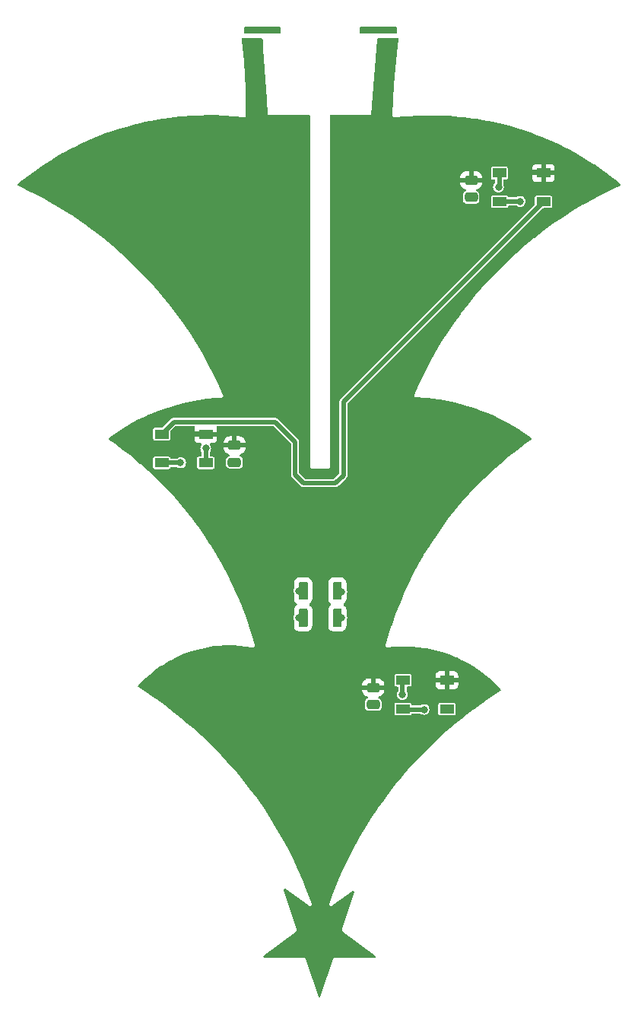
<source format=gbl>
%TF.GenerationSoftware,KiCad,Pcbnew,(6.0.7)*%
%TF.CreationDate,2022-11-21T20:11:54+01:00*%
%TF.ProjectId,Arbolito Tronco 2,4172626f-6c69-4746-9f20-54726f6e636f,rev?*%
%TF.SameCoordinates,Original*%
%TF.FileFunction,Copper,L2,Bot*%
%TF.FilePolarity,Positive*%
%FSLAX46Y46*%
G04 Gerber Fmt 4.6, Leading zero omitted, Abs format (unit mm)*
G04 Created by KiCad (PCBNEW (6.0.7)) date 2022-11-21 20:11:54*
%MOMM*%
%LPD*%
G01*
G04 APERTURE LIST*
G04 Aperture macros list*
%AMRoundRect*
4,1,4,-2.0000000000000004,-2.9999999999999996,-4.0000000000000009,-4.9999999999999991,-6.0000000000000009,-6.9999999999999991,-8.0000000000000018,-8.9999999999999982,-2.0000000000000004,-2.9999999999999996,0*
1,1,$1,$2,$3*
1,1,$1,$2,$3*
1,1,$1,$2,$3*
1,1,$1,$2,$3*
20,1,$1,$2,$3,$4,$5,180*
20,1,$1,$2,$3,$4,$5,180*
20,1,$1,$2,$3,$4,$5,180*
20,1,$1,$2,$3,$4,$5,180*%
G04 Aperture macros list end*
%TA.AperFunction,SMDPad,CuDef*%
%ADD10R,1.5X1*%
%TD*%
%TA.AperFunction,SMDPad,CuDef*%
%AMCOMP55*
4,1,3,
0.47499999999999992,-0.25000000000000006,
0.47500000000000003,0.24999999999999994,
-0.47499999999999992,0.25000000000000006,
-0.47500000000000003,-0.24999999999999994,
0*
4,1,19,
0.47499999999999992,-0.50000000000000011,
0.39774575140626306,-0.48776412907378847,
0.32805368692688164,-0.45225424859373692,
0.27274575140626306,-0.39694631307311834,
0.23723587092621157,-0.32725424859373692,
0.22499999999999995,-0.25,
0.23723587092621154,-0.17274575140626319,
0.27274575140626311,-0.10305368692688177,
0.32805368692688164,-0.047745751406263207,
0.39774575140626311,-0.012235870926211666,
0.47499999999999992,-0.000000000000000058168801806562912,
0.552254248593737,-0.012235870926211685,
0.62194631307311821,-0.047745751406263186,
0.67725424859373684,-0.10305368692688177,
0.71276412907378839,-0.17274575140626319,
0.725,-0.25000000000000006,
0.71276412907378839,-0.32725424859373692,
0.67725424859373684,-0.39694631307311828,
0.62194631307311832,-0.45225424859373692,
0.55225424859373673,-0.48776412907378847,
0*
4,1,19,
0.475,-0.000000000000000058168801806562912,
0.39774575140626311,0.012235870926211569,
0.32805368692688169,0.047745751406263096,
0.27274575140626311,0.10305368692688169,
0.23723587092621162,0.17274575140626311,
0.225,0.24999999999999994,
0.2372358709262116,0.32725424859373681,
0.27274575140626317,0.39694631307311817,
0.32805368692688169,0.45225424859373681,
0.39774575140626317,0.48776412907378836,
0.475,0.49999999999999994,
0.55225424859373706,0.48776412907378836,
0.62194631307311821,0.45225424859373681,
0.67725424859373684,0.39694631307311828,
0.71276412907378839,0.32725424859373675,
0.725,0.24999999999999997,
0.71276412907378839,0.17274575140626311,
0.67725424859373684,0.10305368692688169,
0.62194631307311832,0.047745751406263089,
0.55225424859373684,0.01223587092621155,
0*
4,1,19,
-0.475,0.000000000000000058168801806562912,
-0.55225424859373684,0.012235870926211685,
-0.62194631307311821,0.047745751406263214,
-0.67725424859373684,0.1030536869268818,
-0.71276412907378839,0.17274575140626322,
-0.725,0.25000000000000006,
-0.71276412907378839,0.327254248593737,
-0.67725424859373684,0.39694631307311828,
-0.62194631307311832,0.45225424859373692,
-0.55225424859373673,0.48776412907378847,
-0.475,0.50000000000000011,
-0.397745751406263,0.48776412907378847,
-0.32805368692688169,0.45225424859373692,
-0.27274575140626306,0.3969463130731184,
-0.23723587092621157,0.32725424859373692,
-0.22499999999999995,0.25000000000000006,
-0.23723587092621154,0.17274575140626322,
-0.27274575140626311,0.1030536869268818,
-0.32805368692688164,0.047745751406263207,
-0.39774575140626306,0.012235870926211666,
0*
4,1,19,
-0.47500000000000003,-0.49999999999999994,
-0.552254248593737,-0.48776412907378836,
-0.62194631307311821,-0.45225424859373681,
-0.67725424859373684,-0.39694631307311823,
-0.71276412907378839,-0.32725424859373675,
-0.725,-0.24999999999999992,
-0.71276412907378839,-0.17274575140626308,
-0.67725424859373684,-0.10305368692688166,
-0.62194631307311832,-0.047745751406263089,
-0.55225424859373684,-0.01223587092621155,
-0.47500000000000003,0.000000000000000058168801806562925,
-0.39774575140626306,-0.012235870926211569,
-0.32805368692688175,-0.047745751406263068,
-0.27274575140626311,-0.10305368692688166,
-0.23723587092621162,-0.17274575140626308,
-0.225,-0.24999999999999992,
-0.2372358709262116,-0.32725424859373675,
-0.27274575140626317,-0.39694631307311817,
-0.32805368692688169,-0.45225424859373681,
-0.39774575140626311,-0.48776412907378836,
0*
4,1,3,
0.725,-0.25000000000000011,
0.22499999999999995,-0.25,
0.225,0.24999999999999997,
0.725,0.24999999999999989,
0*
4,1,3,
0.47500000000000003,0.49999999999999994,
0.475,-0.000000000000000058168801806562912,
-0.475,0.000000000000000058168801806562912,
-0.47499999999999992,0.50000000000000011,
0*
4,1,3,
-0.725,0.25000000000000011,
-0.22499999999999995,0.25,
-0.225,-0.24999999999999997,
-0.725,-0.24999999999999989,
0*
4,1,3,
-0.47500000000000003,-0.49999999999999994,
-0.475,0.000000000000000058168801806562912,
0.475,-0.000000000000000058168801806562912,
0.47499999999999992,-0.50000000000000011,
0*%
%ADD11COMP55,0.25X-0.475X0.25X-0.475X-0.25X0.475X-0.25X0.475X0.25X0*%
%TD*%
%TA.AperFunction,ViaPad*%
%ADD12C,0.8*%
%TD*%
%TA.AperFunction,Conductor*%
%ADD13C,0.5*%
%TD*%
G04 APERTURE END LIST*
D10*
%TO.P,U3,1,VDD*%
%TO.N,+5V*%
X0289000000Y-0015000000D02*
X0131850000Y0064350000D03*
%TO.P,U3,2,DIN*%
%TO.N,Net-(U2-Pad4)*%
X0131850000Y0067550000D03*
%TO.P,U3,3,VSS*%
%TO.N,GND*%
X0136750000Y0067550000D03*
%TO.P,U3,4,DOUT*%
%TO.N,Net-(U3-Pad4)*%
X0136750000Y0064350000D03*
%TD*%
D11*
%TO.P,C13,1*%
%TO.N,+5V*%
X0166300000Y0093900000D03*
%TO.P,C13,2*%
%TO.N,GND*%
X0166300000Y0095800000D03*
%TD*%
D10*
%TO.P,U6,1,VDD*%
%TO.N,+5V*%
X0158700000Y0036950000D03*
%TO.P,U6,2,DIN*%
%TO.N,Net-(U5-Pad4)*%
X0158700000Y0040150000D03*
%TO.P,U6,3,VSS*%
%TO.N,GND*%
X0163600000Y0040150000D03*
%TO.P,U6,4,DOUT*%
%TO.N,/Dout*%
X0163600000Y0036950000D03*
%TD*%
%TO.P,U2,1,VDD*%
%TO.N,+5V*%
X0169450000Y0093400000D03*
%TO.P,U2,2,DIN*%
%TO.N,Net-(U1-Pad4)*%
X0169450000Y0096600000D03*
%TO.P,U2,3,VSS*%
%TO.N,GND*%
X0174350000Y0096600000D03*
%TO.P,U2,4,DOUT*%
%TO.N,Net-(U2-Pad4)*%
X0174350000Y0093400000D03*
%TD*%
D11*
%TO.P,C15,1*%
%TO.N,+5V*%
X0155400000Y0037450000D03*
%TO.P,C15,2*%
%TO.N,GND*%
X0155400000Y0039350000D03*
%TD*%
%TO.P,C11,1*%
%TO.N,+5V*%
X0139950000Y0064400000D03*
%TO.P,C11,2*%
%TO.N,GND*%
X0139950000Y0066300000D03*
%TD*%
D12*
%TO.N,+5V*%
X0166300000Y0093900000D03*
X0139950000Y0064400000D03*
X0151900000Y0047100000D03*
X0161050000Y0036900000D03*
X0171750000Y0093450000D03*
X0147100000Y0047100000D03*
X0155400000Y0037450000D03*
X0133949999Y0064350000D03*
%TO.N,GND*%
X0133900000Y0067600000D03*
X0166300000Y0095850000D03*
X0151900000Y0053100000D03*
X0147100000Y0053100000D03*
X0171700000Y0096700000D03*
X0155400000Y0039350000D03*
X0161150000Y0040250000D03*
X0140000000Y0066350000D03*
%TO.N,/DIN*%
X0147100000Y0050100000D03*
X0151900000Y0050000000D03*
%TO.N,Net-(U1-Pad4)*%
X0169350000Y0095050000D03*
%TO.N,Net-(U3-Pad4)*%
X0136750000Y0065950000D03*
%TO.N,Net-(U5-Pad4)*%
X0158650000Y0038550000D03*
%TD*%
D13*
%TO.N,+5V*%
X0169500000Y0093450000D02*
X0169450000Y0093400000D01*
X0133949999Y0064350000D02*
X0131850000Y0064350000D01*
X0161050000Y0036900000D02*
X0158750000Y0036900000D01*
X0158750000Y0036900000D02*
X0158700000Y0036950000D01*
X0147100000Y0047100000D02*
X0147100000Y0047300000D01*
X0171750000Y0093450000D02*
X0169500000Y0093450000D01*
%TO.N,GND*%
X0174250000Y0096700000D02*
X0174350000Y0096600000D01*
X0171700000Y0096700000D02*
X0174250000Y0096700000D01*
X0140250000Y0066350000D02*
X0140000000Y0066350000D01*
X0136700000Y0067600000D02*
X0136750000Y0067550000D01*
X0133900000Y0067600000D02*
X0136700000Y0067600000D01*
%TO.N,Net-(U1-Pad4)*%
X0169450000Y0096600000D02*
X0169450000Y0095150000D01*
X0169450000Y0095150000D02*
X0169350000Y0095050000D01*
%TO.N,Net-(U2-Pad4)*%
X0131800000Y0067600000D02*
X0131850000Y0067550000D01*
X0147600000Y0062100000D02*
X0151200000Y0062100000D01*
X0151200000Y0062100000D02*
X0152075000Y0062975000D01*
X0133199999Y0068900000D02*
X0144500000Y0068900000D01*
X0146700000Y0063000000D02*
X0147600000Y0062100000D01*
X0146700000Y0066700000D02*
X0146700000Y0063000000D01*
X0131850000Y0067550000D02*
X0133199999Y0068900000D01*
X0152075000Y0071125000D02*
X0174350000Y0093400000D01*
X0152075000Y0062975000D02*
X0152075000Y0071125000D01*
X0144500000Y0068900000D02*
X0146700000Y0066700000D01*
%TO.N,Net-(U3-Pad4)*%
X0136750000Y0064350000D02*
X0136750000Y0065950000D01*
%TO.N,Net-(U5-Pad4)*%
X0158650000Y0038550000D02*
X0158650000Y0040100000D01*
X0158650000Y0040100000D02*
X0158700000Y0040150000D01*
%TD*%
%TA.AperFunction,Conductor*%
%TO.N,/DIN*%
G36*
X0150957879Y0049120002D02*
G01*
X0150911386Y0049173658D01*
X0150900000Y0049226000D01*
X0150900000Y0050974000D01*
X0150920002Y0051042121D01*
X0150973658Y0051088614D01*
X0151026000Y0051100000D01*
X0151774000Y0051100000D01*
X0151842121Y0051079998D01*
X0151888614Y0051026342D01*
X0151900000Y0050974000D01*
X0151900000Y0049226000D01*
X0151879998Y0049157879D01*
X0151826342Y0049111386D01*
X0151774000Y0049100000D01*
X0151026000Y0049100000D01*
X0150957879Y0049120002D01*
G37*
%TD.AperFunction*%
%TD*%
%TA.AperFunction,Conductor*%
%TO.N,/DIN*%
G36*
X0147157879Y0049120002D02*
G01*
X0147111386Y0049173658D01*
X0147100000Y0049226000D01*
X0147100000Y0050974000D01*
X0147120002Y0051042121D01*
X0147173658Y0051088614D01*
X0147226000Y0051100000D01*
X0147974000Y0051100000D01*
X0148042121Y0051079998D01*
X0148088614Y0051026342D01*
X0148100000Y0050974000D01*
X0148100000Y0049226000D01*
X0148079998Y0049157879D01*
X0148026342Y0049111386D01*
X0147974000Y0049100000D01*
X0147226000Y0049100000D01*
X0147157879Y0049120002D01*
G37*
%TD.AperFunction*%
%TD*%
%TA.AperFunction,Conductor*%
%TO.N,+5V*%
G36*
X0150957879Y0046120002D02*
G01*
X0150911386Y0046173658D01*
X0150900000Y0046226000D01*
X0150900000Y0047974000D01*
X0150920002Y0048042121D01*
X0150973658Y0048088614D01*
X0151026000Y0048100000D01*
X0151774000Y0048100000D01*
X0151842121Y0048079998D01*
X0151888614Y0048026342D01*
X0151900000Y0047974000D01*
X0151900000Y0046226000D01*
X0151879998Y0046157879D01*
X0151826342Y0046111386D01*
X0151774000Y0046100000D01*
X0151026000Y0046100000D01*
X0150957879Y0046120002D01*
G37*
%TD.AperFunction*%
%TD*%
%TA.AperFunction,Conductor*%
%TO.N,+5V*%
G36*
X0147157879Y0046120002D02*
G01*
X0147111386Y0046173658D01*
X0147100000Y0046226000D01*
X0147100000Y0047974000D01*
X0147120002Y0048042121D01*
X0147173658Y0048088614D01*
X0147226000Y0048100000D01*
X0147974000Y0048100000D01*
X0148042121Y0048079998D01*
X0148088614Y0048026342D01*
X0148100000Y0047974000D01*
X0148100000Y0046226000D01*
X0148079998Y0046157879D01*
X0148026342Y0046111386D01*
X0147974000Y0046100000D01*
X0147226000Y0046100000D01*
X0147157879Y0046120002D01*
G37*
%TD.AperFunction*%
%TD*%
%TA.AperFunction,Conductor*%
%TO.N,GND*%
G36*
X0150900000Y0054100000D02*
G01*
X0151900000Y0054100000D01*
X0151900000Y0052100000D01*
X0150900000Y0052100000D01*
X0150900000Y0054100000D01*
G37*
%TD.AperFunction*%
%TD*%
%TA.AperFunction,NonConductor*%
G36*
X0141057879Y0112120002D02*
G01*
X0141011386Y0112173658D01*
X0141000000Y0112226000D01*
X0141000000Y0112765500D01*
X0141020002Y0112833621D01*
X0141073658Y0112880114D01*
X0141126000Y0112891500D01*
X0144974000Y0112891500D01*
X0145042121Y0112871498D01*
X0145088614Y0112817842D01*
X0145100000Y0112765500D01*
X0145100000Y0112226000D01*
X0145079998Y0112157879D01*
X0145026342Y0112111386D01*
X0144974000Y0112100000D01*
X0141126000Y0112100000D01*
X0141057879Y0112120002D01*
G37*
%TD.AperFunction*%
%TA.AperFunction,Conductor*%
%TO.N,GND*%
G36*
X0147100000Y0054100000D02*
G01*
X0148100000Y0054100000D01*
X0148100000Y0052100000D01*
X0147100000Y0052100000D01*
X0147100000Y0054100000D01*
G37*
%TD.AperFunction*%
%TD*%
%TA.AperFunction,NonConductor*%
G36*
X0153957879Y0112120002D02*
G01*
X0153911386Y0112173658D01*
X0153900000Y0112226000D01*
X0153900000Y0112765500D01*
X0153920002Y0112833621D01*
X0153973658Y0112880114D01*
X0154026000Y0112891500D01*
X0157874000Y0112891500D01*
X0157942121Y0112871498D01*
X0157988614Y0112817842D01*
X0158000000Y0112765500D01*
X0158000000Y0112226000D01*
X0157979998Y0112157879D01*
X0157926342Y0112111386D01*
X0157874000Y0112100000D01*
X0154026000Y0112100000D01*
X0153957879Y0112120002D01*
G37*
%TD.AperFunction*%
%TA.AperFunction,Conductor*%
%TO.N,GND*%
G36*
X0149343549Y0004869837D02*
G01*
X0149291609Y0004918239D01*
X0149280466Y0004942639D01*
X0147901661Y0009079054D01*
X0147900840Y0009082044D01*
X0147900958Y0009093704D01*
X0147889614Y0009117899D01*
X0147886932Y0009124613D01*
X0147885301Y0009128133D01*
X0147883063Y0009134847D01*
X0147879386Y0009140898D01*
X0147878571Y0009142657D01*
X0147874078Y0009151037D01*
X0147868152Y0009163676D01*
X0147862126Y0009176528D01*
X0147853429Y0009183616D01*
X0147847600Y0009193209D01*
X0147835702Y0009200940D01*
X0147835699Y0009200943D01*
X0147823986Y0009208554D01*
X0147813036Y0009216538D01*
X0147802220Y0009225353D01*
X0147802217Y0009225354D01*
X0147791218Y0009234319D01*
X0147780306Y0009236935D01*
X0147770895Y0009243050D01*
X0147756827Y0009244856D01*
X0147756821Y0009244858D01*
X0147742968Y0009246636D01*
X0147733366Y0009248397D01*
X0147731570Y0009248618D01*
X0147724636Y0009250280D01*
X0147717510Y0009250346D01*
X0147713407Y0009250850D01*
X0147706378Y0009251332D01*
X0147697308Y0009252496D01*
X0147694240Y0009252890D01*
X0147694239Y0009252890D01*
X0147680164Y0009254697D01*
X0147668955Y0009250971D01*
X0147665631Y0009250826D01*
X0143281315Y0009291422D01*
X0143213383Y0009312054D01*
X0143167389Y0009366138D01*
X0143157936Y0009436503D01*
X0143188026Y0009500808D01*
X0143207819Y0009518913D01*
X0146739627Y0012117025D01*
X0146742412Y0012118855D01*
X0146753681Y0012122392D01*
X0146764037Y0012132091D01*
X0146764036Y0012132091D01*
X0146772968Y0012140457D01*
X0146778122Y0012144740D01*
X0146781314Y0012147692D01*
X0146787017Y0012151887D01*
X0146791644Y0012157245D01*
X0146792833Y0012158345D01*
X0146799691Y0012165485D01*
X0146820446Y0012184924D01*
X0146824434Y0012195218D01*
X0146831650Y0012203575D01*
X0146837913Y0012226770D01*
X0146839065Y0012231036D01*
X0146843213Y0012243697D01*
X0146853489Y0012270223D01*
X0146852618Y0012281229D01*
X0146855496Y0012291887D01*
X0146852313Y0012308910D01*
X0146850270Y0012319838D01*
X0146848933Y0012329914D01*
X0146848651Y0012331366D01*
X0146848088Y0012338478D01*
X0146845947Y0012345279D01*
X0146845075Y0012349767D01*
X0146843489Y0012356111D01*
X0146838685Y0012381805D01*
X0146831609Y0012391441D01*
X0146830361Y0012394788D01*
X0145441225Y0016807335D01*
X0145439848Y0016878318D01*
X0145477066Y0016938777D01*
X0145541063Y0016969517D01*
X0145611520Y0016960778D01*
X0145636051Y0016946683D01*
X0148200480Y0015061074D01*
X0148198185Y0015057953D01*
X0148204430Y0015054489D01*
X0148204523Y0015054636D01*
X0148233277Y0015036547D01*
X0148240809Y0015031420D01*
X0148249436Y0015025077D01*
X0148255700Y0015022357D01*
X0148258823Y0015020477D01*
X0148269937Y0015013486D01*
X0148269938Y0015013486D01*
X0148281952Y0015005928D01*
X0148296052Y0015004328D01*
X0148297533Y0015003809D01*
X0148299065Y0015003522D01*
X0148312075Y0014997871D01*
X0148326251Y0014998421D01*
X0148326253Y0014998421D01*
X0148332976Y0014998682D01*
X0148352062Y0014997974D01*
X0148358745Y0014997216D01*
X0148358747Y0014997216D01*
X0148372845Y0014995617D01*
X0148386239Y0015000288D01*
X0148387795Y0015000462D01*
X0148389307Y0015000869D01*
X0148403481Y0015001420D01*
X0148421963Y0015011215D01*
X0148439462Y0015018851D01*
X0148444123Y0015020477D01*
X0148459218Y0015025742D01*
X0148469263Y0015035762D01*
X0148470581Y0015036588D01*
X0148471768Y0015037612D01*
X0148484306Y0015044257D01*
X0148492722Y0015055682D01*
X0148496706Y0015061090D01*
X0148509168Y0015075567D01*
X0148523982Y0015090344D01*
X0148528688Y0015103728D01*
X0148529518Y0015105045D01*
X0148530144Y0015106482D01*
X0148538560Y0015117907D01*
X0148541189Y0015131850D01*
X0148541190Y0015131853D01*
X0148542435Y0015138456D01*
X0148547387Y0015156906D01*
X0148549617Y0015163249D01*
X0148549617Y0015163252D01*
X0148554325Y0015176640D01*
X0148552760Y0015190748D01*
X0148552938Y0015192303D01*
X0148552879Y0015193858D01*
X0148555508Y0015207799D01*
X0148551831Y0015221499D01*
X0148551831Y0015221503D01*
X0148550086Y0015228005D01*
X0148546548Y0015246774D01*
X0148544243Y0015267558D01*
X0148544006Y0015268236D01*
X0148542873Y0015270033D01*
X0148542834Y0015270140D01*
X0148542823Y0015270187D01*
X0148542778Y0015270292D01*
X0148542236Y0015271766D01*
X0148085344Y0016514055D01*
X0148085022Y0016514860D01*
X0147912111Y0016946683D01*
X0147591853Y0017746486D01*
X0147591509Y0017747278D01*
X0147591504Y0017747291D01*
X0147063876Y0018963551D01*
X0147063514Y0018964385D01*
X0146500753Y0020166766D01*
X0145904027Y0021352657D01*
X0145273817Y0022521099D01*
X0144610634Y0023671146D01*
X0143915014Y0024801868D01*
X0143187520Y0025912351D01*
X0142428739Y0027001696D01*
X0141639287Y0028069022D01*
X0141638729Y0028069733D01*
X0140820365Y0029112748D01*
X0140820343Y0029112775D01*
X0140819801Y0029113466D01*
X0139970945Y0030134182D01*
X0139093404Y0031130346D01*
X0139092807Y0031130986D01*
X0138449836Y0031820318D01*
X0138187890Y0032101152D01*
X0138187316Y0032101734D01*
X0138187300Y0032101750D01*
X0137547820Y0032749392D01*
X0137255134Y0033045814D01*
X0136295890Y0033963567D01*
X0135310935Y0034853671D01*
X0135310259Y0034854247D01*
X0135310252Y0034854254D01*
X0134698073Y0035376633D01*
X0134301066Y0035715404D01*
X0133267099Y0036548070D01*
X0133266357Y0036548633D01*
X0133266349Y0036548639D01*
X0132210576Y0037350460D01*
X0132210557Y0037350474D01*
X0132209871Y0037350995D01*
X0132209179Y0037351491D01*
X0132209167Y0037351499D01*
X0131271701Y0038022304D01*
X0131130237Y0038123529D01*
X0130029069Y0038865049D01*
X0129239522Y0039364690D01*
X0129192657Y0039418018D01*
X0129182062Y0039488220D01*
X0129213837Y0039556101D01*
X0129435476Y0039798941D01*
X0129440033Y0039803679D01*
X0129948628Y0040305640D01*
X0129953416Y0040310125D01*
X0130062256Y0040406876D01*
X0130487488Y0040784868D01*
X0130492513Y0040789105D01*
X0131050605Y0041235339D01*
X0131055846Y0041239309D01*
X0131636450Y0041655827D01*
X0131641888Y0041659518D01*
X0132006150Y0041893063D01*
X0132209296Y0042023309D01*
X0132243427Y0042045191D01*
X0132249045Y0042048590D01*
X0132794964Y0042359676D01*
X0132869897Y0042402375D01*
X0132875685Y0042405476D01*
X0133514137Y0042726397D01*
X0133520076Y0042729191D01*
X0134174394Y0043016376D01*
X0134180479Y0043018860D01*
X0134848873Y0043271525D01*
X0134855080Y0043273688D01*
X0135535737Y0043491148D01*
X0135542049Y0043492985D01*
X0136233133Y0043674655D01*
X0136239532Y0043676160D01*
X0136939152Y0043821540D01*
X0136945621Y0043822709D01*
X0137651865Y0043931403D01*
X0137658386Y0043932233D01*
X0137874886Y0043954071D01*
X0138369342Y0044003946D01*
X0138375879Y0044004433D01*
X0138647797Y0044017591D01*
X0139089622Y0044038971D01*
X0139096194Y0044039117D01*
X0139432428Y0044037831D01*
X0139810766Y0044036383D01*
X0139817303Y0044036188D01*
X0140530753Y0043996190D01*
X0140537304Y0043995651D01*
X0141247685Y0043918500D01*
X0141254199Y0043917620D01*
X0141840991Y0043822709D01*
X0141926769Y0043808835D01*
X0141936663Y0043805921D01*
X0141948530Y0043803661D01*
X0141961525Y0043797975D01*
X0141975701Y0043798487D01*
X0141980377Y0043797596D01*
X0141989160Y0043796937D01*
X0141993916Y0043797119D01*
X0142007865Y0043794494D01*
X0142021571Y0043798177D01*
X0142027257Y0043798395D01*
X0142033255Y0043799297D01*
X0142038759Y0043800763D01*
X0142052941Y0043801275D01*
X0142065499Y0043807887D01*
X0142070109Y0043809115D01*
X0142078293Y0043812323D01*
X0142082504Y0043814552D01*
X0142096207Y0043818234D01*
X0142106958Y0043827495D01*
X0142111976Y0043830151D01*
X0142117012Y0043833580D01*
X0142121327Y0043837281D01*
X0142133883Y0043843892D01*
X0142142331Y0043855296D01*
X0142145948Y0043858398D01*
X0142151935Y0043864842D01*
X0142154762Y0043868675D01*
X0142165514Y0043877937D01*
X0142171185Y0043890944D01*
X0142174564Y0043895526D01*
X0142177603Y0043900780D01*
X0142179890Y0043905994D01*
X0142188336Y0043917394D01*
X0142191003Y0043931332D01*
X0142192915Y0043935690D01*
X0142195518Y0043944101D01*
X0142196403Y0043948781D01*
X0142202074Y0043961788D01*
X0142201544Y0043975967D01*
X0142202601Y0043981557D01*
X0142203062Y0043987623D01*
X0142202862Y0043993303D01*
X0142205529Y0044007240D01*
X0142201889Y0044020954D01*
X0142201721Y0044025712D01*
X0142199005Y0044043874D01*
X0142198656Y0044053200D01*
X0142198469Y0044053893D01*
X0142197195Y0044056284D01*
X0142196611Y0044057999D01*
X0141863154Y0045217494D01*
X0141862863Y0045218403D01*
X0141535391Y0046241432D01*
X0141493984Y0046370790D01*
X0141090657Y0047512589D01*
X0140653531Y0048641881D01*
X0140653183Y0048642706D01*
X0140653173Y0048642731D01*
X0140408614Y0049222649D01*
X0140182992Y0049757664D01*
X0139679458Y0050858950D01*
X0139679039Y0050859800D01*
X0139679026Y0050859826D01*
X0139143787Y0051943931D01*
X0139143375Y0051944765D01*
X0138575217Y0053014145D01*
X0138574781Y0053014909D01*
X0138574771Y0053014928D01*
X0137975956Y0054065322D01*
X0137975487Y0054066145D01*
X0137344717Y0055099831D01*
X0137344216Y0055100600D01*
X0137344200Y0055100625D01*
X0137067940Y0055524448D01*
X0136683466Y0056114289D01*
X0135992319Y0057108621D01*
X0135991786Y0057109341D01*
X0135991766Y0057109369D01*
X0135454028Y0057835868D01*
X0135271888Y0058081944D01*
X0135271321Y0058082664D01*
X0135271299Y0058082693D01*
X0134523407Y0059032642D01*
X0134523388Y0059032666D01*
X0134522812Y0059033397D01*
X0133745754Y0059962138D01*
X0132941402Y0060867343D01*
X0132940808Y0060867973D01*
X0132940794Y0060867988D01*
X0132126308Y0061731420D01*
X0132110469Y0061748212D01*
X0131253691Y0062603963D01*
X0130371827Y0063433838D01*
X0129465657Y0064237104D01*
X0129464958Y0064237687D01*
X0129464955Y0064237690D01*
X0128536690Y0065012459D01*
X0128536673Y0065012472D01*
X0128535985Y0065013047D01*
X0127583633Y0065760981D01*
X0127582866Y0065761548D01*
X0126610217Y0066479676D01*
X0126610195Y0066479692D01*
X0126609446Y0066480244D01*
X0126608669Y0066480783D01*
X0126608657Y0066480792D01*
X0125989695Y0066909924D01*
X0125945109Y0066965175D01*
X0125937472Y0067035760D01*
X0125969208Y0067099268D01*
X0125985807Y0067114214D01*
X0126319002Y0067364509D01*
X0126322958Y0067367364D01*
X0127036210Y0067861133D01*
X0127040218Y0067863794D01*
X0127772063Y0068329569D01*
X0127776198Y0068332089D01*
X0127977488Y0068449500D01*
X0128525492Y0068769144D01*
X0128529755Y0068771521D01*
X0129295390Y0069179215D01*
X0129299742Y0069181426D01*
X0130080623Y0069559173D01*
X0130085057Y0069561213D01*
X0130145305Y0069587529D01*
X0130879979Y0069908430D01*
X0130884464Y0069910287D01*
X0131692281Y0070226471D01*
X0131696823Y0070228147D01*
X0132516248Y0070512795D01*
X0132520857Y0070514297D01*
X0133350665Y0070766984D01*
X0133355356Y0070768314D01*
X0133995984Y0070936577D01*
X0134194371Y0070988684D01*
X0134199117Y0070989832D01*
X0135045981Y0071177527D01*
X0135050766Y0071178491D01*
X0135904331Y0071333257D01*
X0135909105Y0071334026D01*
X0136767988Y0071455610D01*
X0136772792Y0071456196D01*
X0137165187Y0071496313D01*
X0137635773Y0071544425D01*
X0137640637Y0071544827D01*
X0138472189Y0071597404D01*
X0138484513Y0071596669D01*
X0138494687Y0071597097D01*
X0138508640Y0071594525D01*
X0138521575Y0071598053D01*
X0138522531Y0071598052D01*
X0138523463Y0071598264D01*
X0138536856Y0071597673D01*
X0138549899Y0071603256D01*
X0138549898Y0071603256D01*
X0138558138Y0071606783D01*
X0138574563Y0071612507D01*
X0138583200Y0071614863D01*
X0138583204Y0071614865D01*
X0138596892Y0071618599D01*
X0138607016Y0071627387D01*
X0138607877Y0071627800D01*
X0138608624Y0071628394D01*
X0138620952Y0071633671D01*
X0138634559Y0071649255D01*
X0138636178Y0071651109D01*
X0138648495Y0071663390D01*
X0138665973Y0071678561D01*
X0138671285Y0071690872D01*
X0138671882Y0071691618D01*
X0138672297Y0071692476D01*
X0138681117Y0071702577D01*
X0138684890Y0071716253D01*
X0138684892Y0071716256D01*
X0138687277Y0071724900D01*
X0138693050Y0071741307D01*
X0138696595Y0071749521D01*
X0138696595Y0071749523D01*
X0138702217Y0071762550D01*
X0138701665Y0071775949D01*
X0138701879Y0071776878D01*
X0138701881Y0071777829D01*
X0138705448Y0071790757D01*
X0138701370Y0071813256D01*
X0138701319Y0071813535D01*
X0138699406Y0071830822D01*
X0138698454Y0071853949D01*
X0138692148Y0071865781D01*
X0138690647Y0071872418D01*
X0138690576Y0071872809D01*
X0138689133Y0071880766D01*
X0138688850Y0071881426D01*
X0138687678Y0071883029D01*
X0138155305Y0073070476D01*
X0137588149Y0074243860D01*
X0136987474Y0075400443D01*
X0136353776Y0076539267D01*
X0135687579Y0077659391D01*
X0134989434Y0078759886D01*
X0134988961Y0078760586D01*
X0134988952Y0078760600D01*
X0134416577Y0079607933D01*
X0134259921Y0079839843D01*
X0133499642Y0080898366D01*
X0132709228Y0081934580D01*
X0132708677Y0081935261D01*
X0132708668Y0081935271D01*
X0131889900Y0082946924D01*
X0131889331Y0082947627D01*
X0131888770Y0082948280D01*
X0131888744Y0082948312D01*
X0131218081Y0083729876D01*
X0131040630Y0083936669D01*
X0130163830Y0084900887D01*
X0130163202Y0084901540D01*
X0130163200Y0084901541D01*
X0129534821Y0085553840D01*
X0129259655Y0085839482D01*
X0128328853Y0086751679D01*
X0128328189Y0086752293D01*
X0128328183Y0086752299D01*
X0128264256Y0086811439D01*
X0127372195Y0087636721D01*
X0127371519Y0087637311D01*
X0127371497Y0087637331D01*
X0127305709Y0087694771D01*
X0126390471Y0088493877D01*
X0125384498Y0089322437D01*
X0124355105Y0090121715D01*
X0124354408Y0090122225D01*
X0124354405Y0090122227D01*
X0123755585Y0090560164D01*
X0123303145Y0090891049D01*
X0122229489Y0091629803D01*
X0122228727Y0091630295D01*
X0122228713Y0091630305D01*
X0121852994Y0091873204D01*
X0121135025Y0092337365D01*
X0120020659Y0093013149D01*
X0119692428Y0093199500D01*
X0118975091Y0093606762D01*
X0118887315Y0093656597D01*
X0117735929Y0094267175D01*
X0117735132Y0094267569D01*
X0117735108Y0094267581D01*
X0117018203Y0094621718D01*
X0116567455Y0094844379D01*
X0116566596Y0094844773D01*
X0115860175Y0095168795D01*
X0115806596Y0095215376D01*
X0115786706Y0095283530D01*
X0115806821Y0095351618D01*
X0115832368Y0095380388D01*
X0116275265Y0095746955D01*
X0116278518Y0095749558D01*
X0117144416Y0096419257D01*
X0117147752Y0096421750D01*
X0118035305Y0097062456D01*
X0118038722Y0097064838D01*
X0118167519Y0097151486D01*
X0118946993Y0097675875D01*
X0118950439Y0097678113D01*
X0119492414Y0098017255D01*
X0119878443Y0098258814D01*
X0119882001Y0098260959D01*
X0120399359Y0098561371D01*
X0120828622Y0098810629D01*
X0120832258Y0098812661D01*
X0121796550Y0099330752D01*
X0121800249Y0099332661D01*
X0122203357Y0099532362D01*
X0122781140Y0099818598D01*
X0122784901Y0099820385D01*
X0123781317Y0100273632D01*
X0123785136Y0100275294D01*
X0124795999Y0100695364D01*
X0124799865Y0100696896D01*
X0125824048Y0101083319D01*
X0125827943Y0101084715D01*
X0126864386Y0101437091D01*
X0126868308Y0101438352D01*
X0127915814Y0101756271D01*
X0127919761Y0101757399D01*
X0128977224Y0102040526D01*
X0128981224Y0102041527D01*
X0129415322Y0102142503D01*
X0130047459Y0102289545D01*
X0130051531Y0102290421D01*
X0131125306Y0102503046D01*
X0131129405Y0102503788D01*
X0131873394Y0102625707D01*
X0132209692Y0102680817D01*
X0132213797Y0102681420D01*
X0132524498Y0102721841D01*
X0133299298Y0102822638D01*
X0133303437Y0102823107D01*
X0133728926Y0102864213D01*
X0134393045Y0102928372D01*
X0134397142Y0102928700D01*
X0134922507Y0102961974D01*
X0135489623Y0102997892D01*
X0135493784Y0102998087D01*
X0136459171Y0103027242D01*
X0136587986Y0103031132D01*
X0136592144Y0103031188D01*
X0137203811Y0103029433D01*
X0137686748Y0103028047D01*
X0137690912Y0103027967D01*
X0138784902Y0102988645D01*
X0138789062Y0102988426D01*
X0139881073Y0102912971D01*
X0139885223Y0102912616D01*
X0140939939Y0102804610D01*
X0140945785Y0102803282D01*
X0140952845Y0102799823D01*
X0140964420Y0102799741D01*
X0140975315Y0102795831D01*
X0140989425Y0102797303D01*
X0140989426Y0102797303D01*
X0141002760Y0102798694D01*
X0141016724Y0102799371D01*
X0141030132Y0102799276D01*
X0141030134Y0102799276D01*
X0141044319Y0102799176D01*
X0141054785Y0102804122D01*
X0141066296Y0102805323D01*
X0141078376Y0102812771D01*
X0141089781Y0102819803D01*
X0141102072Y0102826470D01*
X0141113185Y0102831722D01*
X0141127024Y0102838262D01*
X0141134309Y0102847257D01*
X0141144161Y0102853331D01*
X0141159047Y0102876569D01*
X0141167231Y0102887905D01*
X0141171832Y0102893586D01*
X0141184597Y0102909346D01*
X0141187261Y0102920609D01*
X0141193505Y0102930356D01*
X0141196841Y0102957747D01*
X0141199300Y0102971514D01*
X0141204004Y0102991404D01*
X0141204005Y0102991408D01*
X0141205650Y0102998366D01*
X0141205654Y0102999084D01*
X0141204652Y0103003567D01*
X0141204643Y0103003727D01*
X0141204505Y0103004225D01*
X0141204279Y0103005236D01*
X0141204232Y0103013293D01*
X0141204204Y0103018202D01*
X0141205285Y0103018208D01*
X0141206024Y0103022306D01*
X0141204180Y0103022295D01*
X0141201977Y0103403181D01*
X0141195672Y0104493573D01*
X0141156434Y0105987566D01*
X0141156403Y0105988237D01*
X0141156401Y0105988281D01*
X0141087697Y0107457393D01*
X0141086619Y0107480443D01*
X0140986255Y0108971577D01*
X0140986198Y0108972223D01*
X0140899277Y0109961020D01*
X0140855384Y0110460345D01*
X0140855322Y0110460912D01*
X0140855319Y0110460947D01*
X0140742894Y0111496368D01*
X0140755426Y0111566250D01*
X0140803750Y0111618263D01*
X0140872522Y0111635893D01*
X0140911190Y0111628225D01*
X0140913210Y0111627302D01*
X0140943994Y0111618263D01*
X0140977008Y0111608569D01*
X0140977012Y0111608568D01*
X0140981331Y0111607300D01*
X0140985780Y0111606660D01*
X0140985786Y0111606659D01*
X0141121553Y0111587139D01*
X0141121558Y0111587139D01*
X0141126000Y0111586500D01*
X0142976294Y0111586500D01*
X0143044415Y0111566498D01*
X0143090908Y0111512842D01*
X0143102037Y0111468545D01*
X0143166539Y0110460345D01*
X0143533061Y0104731496D01*
X0143638843Y0103078081D01*
X0143638843Y0103078080D01*
X0143640000Y0103060000D01*
X0148273004Y0103078290D01*
X0148341202Y0103058557D01*
X0148387906Y0103005085D01*
X0148399500Y0102952291D01*
X0148399500Y0063905383D01*
X0148399468Y0063868625D01*
X0148399455Y0063854437D01*
X0148405598Y0063841644D01*
X0148406713Y0063836735D01*
X0148409350Y0063829183D01*
X0148411532Y0063824649D01*
X0148414688Y0063810815D01*
X0148423529Y0063799720D01*
X0148425875Y0063794846D01*
X0148429546Y0063788994D01*
X0148432912Y0063784762D01*
X0148439052Y0063771976D01*
X0148450131Y0063763116D01*
X0148453265Y0063759176D01*
X0148458916Y0063753515D01*
X0148462852Y0063750373D01*
X0148471695Y0063739276D01*
X0148484477Y0063733111D01*
X0148488704Y0063729737D01*
X0148494547Y0063726058D01*
X0148499410Y0063723707D01*
X0148510492Y0063714844D01*
X0148524320Y0063711664D01*
X0148528851Y0063709474D01*
X0148536397Y0063706824D01*
X0148541307Y0063705700D01*
X0148554087Y0063699535D01*
X0148577155Y0063699515D01*
X0148577153Y0063697490D01*
X0148577219Y0063697474D01*
X0148577219Y0063699500D01*
X0148594108Y0063699500D01*
X0148645563Y0063699455D01*
X0148645559Y0063694650D01*
X0148645657Y0063694644D01*
X0148645657Y0063699500D01*
X0150394108Y0063699500D01*
X0150431374Y0063699467D01*
X0150431376Y0063699467D01*
X0150445563Y0063699455D01*
X0150458354Y0063705597D01*
X0150463267Y0063706713D01*
X0150470817Y0063709350D01*
X0150475351Y0063711532D01*
X0150489185Y0063714688D01*
X0150500280Y0063723529D01*
X0150505154Y0063725875D01*
X0150511006Y0063729546D01*
X0150515238Y0063732912D01*
X0150528024Y0063739052D01*
X0150536884Y0063750131D01*
X0150540824Y0063753265D01*
X0150546485Y0063758916D01*
X0150549627Y0063762852D01*
X0150560724Y0063771695D01*
X0150566889Y0063784477D01*
X0150570263Y0063788704D01*
X0150573942Y0063794547D01*
X0150576293Y0063799410D01*
X0150585156Y0063810492D01*
X0150588336Y0063824320D01*
X0150590526Y0063828851D01*
X0150593176Y0063836397D01*
X0150594300Y0063841307D01*
X0150600465Y0063854087D01*
X0150600485Y0063877155D01*
X0150602510Y0063877153D01*
X0150602526Y0063877219D01*
X0150600500Y0063877219D01*
X0150600500Y0063894108D01*
X0150600545Y0063945563D01*
X0150605350Y0063945559D01*
X0150605356Y0063945657D01*
X0150600500Y0063945657D01*
X0150600500Y0102961974D01*
X0150620502Y0103030095D01*
X0150674158Y0103076588D01*
X0150726003Y0103087973D01*
X0155130268Y0103105359D01*
X0155130270Y0103105359D01*
X0155148384Y0103105431D01*
X0155743884Y0110460947D01*
X0155825631Y0111470668D01*
X0155851065Y0111536952D01*
X0155908297Y0111578964D01*
X0155951220Y0111586500D01*
X0157874000Y0111586500D01*
X0157877346Y0111586860D01*
X0157877351Y0111586860D01*
X0157979785Y0111597872D01*
X0157979792Y0111597873D01*
X0157983149Y0111598234D01*
X0157986449Y0111598952D01*
X0157986450Y0111598952D01*
X0158032210Y0111608906D01*
X0158032215Y0111608907D01*
X0158035491Y0111609620D01*
X0158071272Y0111621529D01*
X0158142222Y0111624063D01*
X0158203280Y0111587836D01*
X0158235060Y0111524350D01*
X0158236196Y0111487227D01*
X0158056294Y0109961020D01*
X0158056222Y0109960410D01*
X0157883579Y0108220323D01*
X0157743056Y0106477349D01*
X0157634701Y0104732080D01*
X0157559289Y0103002056D01*
X0157557115Y0103002151D01*
X0157558553Y0102989998D01*
X0157557444Y0102985866D01*
X0157557418Y0102985148D01*
X0157561873Y0102961974D01*
X0157563896Y0102951449D01*
X0157565255Y0102942750D01*
X0157567665Y0102922764D01*
X0157567667Y0102922758D01*
X0157569366Y0102908672D01*
X0157573306Y0102902506D01*
X0157574688Y0102895317D01*
X0157595150Y0102867747D01*
X0157600147Y0102860498D01*
X0157610978Y0102843547D01*
X0157618619Y0102831588D01*
X0157624843Y0102827741D01*
X0157629205Y0102821863D01*
X0157641764Y0102815265D01*
X0157641767Y0102815262D01*
X0157659582Y0102805902D01*
X0157667229Y0102801537D01*
X0157684358Y0102790948D01*
X0157684361Y0102790947D01*
X0157696427Y0102783488D01*
X0157703707Y0102782720D01*
X0157710184Y0102779317D01*
X0157744478Y0102778109D01*
X0157753264Y0102777491D01*
X0157773284Y0102775378D01*
X0157773286Y0102775378D01*
X0157787398Y0102773889D01*
X0157794290Y0102776354D01*
X0157801604Y0102776096D01*
X0157810333Y0102779925D01*
X0157822966Y0102782802D01*
X0158877668Y0102893222D01*
X0158881775Y0102893584D01*
X0159531265Y0102939881D01*
X0159973408Y0102971398D01*
X0159977579Y0102971626D01*
X0161071155Y0103013213D01*
X0161075331Y0103013303D01*
X0161461925Y0103015181D01*
X0162169721Y0103018620D01*
X0162173882Y0103018571D01*
X0163267877Y0102987610D01*
X0163271991Y0102987424D01*
X0163856738Y0102951449D01*
X0164364297Y0102920222D01*
X0164368461Y0102919897D01*
X0165039108Y0102856266D01*
X0165458005Y0102816521D01*
X0165462108Y0102816062D01*
X0166547596Y0102676632D01*
X0166551713Y0102676033D01*
X0166909260Y0102618002D01*
X0167631939Y0102500707D01*
X0167636050Y0102499970D01*
X0168704388Y0102290014D01*
X0168709907Y0102288929D01*
X0168713965Y0102288062D01*
X0169780244Y0102041540D01*
X0169784275Y0102040538D01*
X0170841799Y0101758809D01*
X0170845801Y0101757672D01*
X0171811324Y0101465853D01*
X0171893398Y0101441047D01*
X0171897375Y0101439772D01*
X0172629735Y0101191649D01*
X0172933883Y0101088604D01*
X0172937796Y0101087206D01*
X0173449954Y0100894537D01*
X0173962101Y0100701872D01*
X0173965985Y0100700337D01*
X0174976940Y0100281271D01*
X0174980772Y0100279608D01*
X0175977320Y0099827245D01*
X0175981094Y0099825455D01*
X0176962038Y0099340339D01*
X0176965751Y0099338426D01*
X0177930114Y0098821043D01*
X0177933761Y0098819008D01*
X0177946397Y0098811679D01*
X0178880461Y0098269936D01*
X0178884039Y0098267780D01*
X0179811961Y0097687665D01*
X0179815466Y0097685393D01*
X0180024617Y0097544786D01*
X0180619784Y0097144669D01*
X0175607999Y0097144669D01*
X0175607629Y0097151490D01*
X0175602105Y0097202352D01*
X0175598479Y0097217604D01*
X0175553324Y0097338054D01*
X0175544786Y0097353649D01*
X0175468285Y0097455724D01*
X0175455724Y0097468285D01*
X0175353649Y0097544786D01*
X0175338054Y0097553324D01*
X0175217606Y0097598478D01*
X0175202351Y0097602105D01*
X0175151486Y0097607631D01*
X0175144672Y0097608000D01*
X0174622115Y0097608000D01*
X0174606876Y0097603525D01*
X0174605671Y0097602135D01*
X0174604000Y0097594452D01*
X0174604000Y0097589884D01*
X0174096000Y0097589884D01*
X0174091525Y0097605123D01*
X0174090135Y0097606328D01*
X0174082452Y0097607999D01*
X0173555331Y0097607999D01*
X0173548510Y0097607629D01*
X0173497648Y0097602105D01*
X0173482396Y0097598479D01*
X0173361946Y0097553324D01*
X0173346351Y0097544786D01*
X0173244276Y0097468285D01*
X0173231715Y0097455724D01*
X0173155214Y0097353649D01*
X0173146676Y0097338054D01*
X0173101522Y0097217606D01*
X0173097895Y0097202351D01*
X0173092369Y0097151486D01*
X0173092000Y0097144672D01*
X0173092000Y0097119748D01*
X0170400500Y0097119748D01*
X0170388867Y0097178231D01*
X0170344552Y0097244552D01*
X0170278231Y0097288867D01*
X0170266062Y0097291288D01*
X0170266061Y0097291288D01*
X0170225816Y0097299293D01*
X0170219748Y0097300500D01*
X0168680252Y0097300500D01*
X0168674184Y0097299293D01*
X0168633939Y0097291288D01*
X0168633938Y0097291288D01*
X0168621769Y0097288867D01*
X0168555448Y0097244552D01*
X0168511133Y0097178231D01*
X0168499500Y0097119748D01*
X0168499500Y0096097095D01*
X0167532999Y0096097095D01*
X0167532662Y0096103614D01*
X0167522743Y0096199206D01*
X0167519851Y0096212600D01*
X0167468412Y0096366784D01*
X0167462239Y0096379962D01*
X0167376937Y0096517807D01*
X0167367901Y0096529208D01*
X0167253171Y0096643739D01*
X0167241760Y0096652751D01*
X0167103757Y0096737816D01*
X0167090576Y0096743963D01*
X0166936290Y0096795138D01*
X0166922914Y0096798005D01*
X0166828562Y0096807672D01*
X0166822146Y0096808000D01*
X0166572115Y0096808000D01*
X0166556876Y0096803525D01*
X0166555671Y0096802135D01*
X0166554000Y0096794452D01*
X0166554000Y0096789884D01*
X0166046000Y0096789884D01*
X0166041525Y0096805123D01*
X0166040135Y0096806328D01*
X0166032452Y0096807999D01*
X0165777905Y0096807999D01*
X0165771386Y0096807662D01*
X0165675794Y0096797743D01*
X0165662400Y0096794851D01*
X0165508216Y0096743412D01*
X0165495038Y0096737239D01*
X0165357193Y0096651937D01*
X0165345792Y0096642901D01*
X0165231261Y0096528171D01*
X0165222249Y0096516760D01*
X0165137184Y0096378757D01*
X0165131037Y0096365576D01*
X0165079862Y0096211290D01*
X0165076995Y0096197914D01*
X0165067328Y0096103562D01*
X0165067000Y0096097146D01*
X0165067000Y0096072115D01*
X0165071475Y0096056876D01*
X0165072865Y0096055671D01*
X0165080548Y0096054000D01*
X0166027885Y0096054000D01*
X0166043124Y0096058475D01*
X0166044329Y0096059865D01*
X0166046000Y0096067548D01*
X0166046000Y0096789884D01*
X0166554000Y0096789884D01*
X0166554000Y0096072115D01*
X0166558475Y0096056876D01*
X0166559865Y0096055671D01*
X0166567548Y0096054000D01*
X0167514884Y0096054000D01*
X0167530123Y0096058475D01*
X0167531328Y0096059865D01*
X0167532999Y0096067548D01*
X0167532999Y0096097095D01*
X0168499500Y0096097095D01*
X0168499500Y0096080252D01*
X0168511133Y0096021769D01*
X0168555448Y0095955448D01*
X0168621769Y0095911133D01*
X0168633938Y0095908712D01*
X0168633939Y0095908712D01*
X0168674184Y0095900707D01*
X0168680252Y0095899500D01*
X0168873500Y0095899500D01*
X0168941621Y0095879498D01*
X0168988114Y0095825842D01*
X0168999500Y0095773500D01*
X0168999500Y0095600103D01*
X0168979498Y0095531982D01*
X0168975729Y0095527885D01*
X0167533000Y0095527885D01*
X0167528525Y0095543124D01*
X0167527135Y0095544329D01*
X0167519452Y0095546000D01*
X0165085116Y0095546000D01*
X0165069877Y0095541525D01*
X0165068672Y0095540135D01*
X0165067001Y0095532452D01*
X0165067001Y0095502905D01*
X0165067338Y0095496386D01*
X0165077257Y0095400794D01*
X0165080149Y0095387400D01*
X0165131588Y0095233216D01*
X0165137761Y0095220038D01*
X0165223063Y0095082193D01*
X0165232099Y0095070792D01*
X0165346829Y0094956261D01*
X0165358240Y0094947249D01*
X0165496243Y0094862184D01*
X0165509424Y0094856037D01*
X0165656092Y0094807389D01*
X0165714451Y0094766958D01*
X0165741688Y0094701394D01*
X0165729154Y0094631512D01*
X0165680830Y0094579500D01*
X0165658172Y0094568913D01*
X0165652092Y0094566778D01*
X0165611816Y0094552634D01*
X0165604246Y0094547042D01*
X0165604243Y0094547041D01*
X0165510421Y0094477742D01*
X0165502850Y0094472150D01*
X0165482293Y0094444318D01*
X0165427959Y0094370757D01*
X0165427958Y0094370754D01*
X0165422366Y0094363184D01*
X0165377481Y0094235369D01*
X0165374500Y0094203834D01*
X0165374500Y0093596166D01*
X0165377481Y0093564631D01*
X0165422366Y0093436816D01*
X0165427958Y0093429246D01*
X0165427959Y0093429243D01*
X0165497258Y0093335421D01*
X0165502850Y0093327850D01*
X0165538625Y0093301426D01*
X0165604243Y0093252959D01*
X0165604246Y0093252958D01*
X0165611816Y0093247366D01*
X0165739631Y0093202481D01*
X0165747277Y0093201758D01*
X0165747278Y0093201758D01*
X0165753248Y0093201194D01*
X0165771166Y0093199500D01*
X0166828834Y0093199500D01*
X0166846752Y0093201194D01*
X0166852722Y0093201758D01*
X0166852723Y0093201758D01*
X0166860369Y0093202481D01*
X0166988184Y0093247366D01*
X0166995754Y0093252958D01*
X0166995757Y0093252959D01*
X0167061375Y0093301426D01*
X0167097150Y0093327850D01*
X0167102742Y0093335421D01*
X0167172041Y0093429243D01*
X0167172042Y0093429246D01*
X0167177634Y0093436816D01*
X0167222519Y0093564631D01*
X0167225500Y0093596166D01*
X0167225500Y0094203834D01*
X0167222519Y0094235369D01*
X0167177634Y0094363184D01*
X0167172042Y0094370754D01*
X0167172041Y0094370757D01*
X0167117707Y0094444318D01*
X0167097150Y0094472150D01*
X0167089579Y0094477742D01*
X0166995757Y0094547041D01*
X0166995754Y0094547042D01*
X0166988184Y0094552634D01*
X0166942027Y0094568843D01*
X0166884381Y0094610286D01*
X0166858293Y0094676316D01*
X0166872044Y0094745968D01*
X0166921269Y0094797129D01*
X0166943899Y0094807250D01*
X0167091784Y0094856588D01*
X0167104962Y0094862761D01*
X0167242807Y0094948063D01*
X0167254208Y0094957099D01*
X0167368739Y0095071829D01*
X0167377751Y0095083240D01*
X0167462816Y0095221243D01*
X0167468963Y0095234424D01*
X0167520138Y0095388710D01*
X0167523005Y0095402086D01*
X0167532672Y0095496438D01*
X0167533000Y0095502855D01*
X0167533000Y0095527885D01*
X0168975729Y0095527885D01*
X0168950204Y0095500140D01*
X0168928264Y0095483305D01*
X0168921718Y0095478282D01*
X0168825464Y0095352841D01*
X0168764956Y0095206762D01*
X0168744318Y0095050000D01*
X0168764956Y0094893238D01*
X0168825464Y0094747159D01*
X0168921718Y0094621718D01*
X0168936616Y0094610286D01*
X0168990626Y0094568843D01*
X0169047159Y0094525464D01*
X0169193238Y0094464956D01*
X0169350000Y0094444318D01*
X0169506762Y0094464956D01*
X0169652841Y0094525464D01*
X0169709374Y0094568843D01*
X0169763383Y0094610286D01*
X0169778282Y0094621718D01*
X0169874536Y0094747159D01*
X0169935044Y0094893238D01*
X0169955682Y0095050000D01*
X0169935044Y0095206762D01*
X0169910090Y0095267005D01*
X0169900500Y0095315221D01*
X0169900500Y0095773500D01*
X0169920502Y0095841621D01*
X0169974158Y0095888114D01*
X0170026500Y0095899500D01*
X0170219748Y0095899500D01*
X0170225816Y0095900707D01*
X0170266061Y0095908712D01*
X0170266062Y0095908712D01*
X0170278231Y0095911133D01*
X0170344552Y0095955448D01*
X0170388867Y0096021769D01*
X0170400500Y0096080252D01*
X0170400500Y0097119748D01*
X0173092000Y0097119748D01*
X0173092000Y0096872115D01*
X0173096475Y0096856876D01*
X0173097865Y0096855671D01*
X0173105548Y0096854000D01*
X0174077885Y0096854000D01*
X0174093124Y0096858475D01*
X0174094329Y0096859865D01*
X0174096000Y0096867548D01*
X0174096000Y0097589884D01*
X0174604000Y0097589884D01*
X0174604000Y0096872115D01*
X0174608475Y0096856876D01*
X0174609865Y0096855671D01*
X0174617548Y0096854000D01*
X0175589884Y0096854000D01*
X0175605123Y0096858475D01*
X0175606328Y0096859865D01*
X0175607999Y0096867548D01*
X0175607999Y0097144669D01*
X0180619784Y0097144669D01*
X0180723734Y0097074786D01*
X0180727131Y0097072419D01*
X0181322418Y0096642901D01*
X0181614607Y0096432078D01*
X0181617954Y0096429578D01*
X0181749477Y0096327885D01*
X0175608000Y0096327885D01*
X0175603525Y0096343124D01*
X0175602135Y0096344329D01*
X0175594452Y0096346000D01*
X0174622115Y0096346000D01*
X0174606876Y0096341525D01*
X0174605671Y0096340135D01*
X0174604000Y0096332452D01*
X0174604000Y0096327885D01*
X0174096000Y0096327885D01*
X0174091525Y0096343124D01*
X0174090135Y0096344329D01*
X0174082452Y0096346000D01*
X0173110116Y0096346000D01*
X0173094877Y0096341525D01*
X0173093672Y0096340135D01*
X0173092001Y0096332452D01*
X0173092001Y0096055331D01*
X0173092371Y0096048510D01*
X0173097895Y0095997648D01*
X0173101521Y0095982396D01*
X0173146676Y0095861946D01*
X0173155214Y0095846351D01*
X0173231715Y0095744276D01*
X0173244276Y0095731715D01*
X0173346351Y0095655214D01*
X0173361946Y0095646676D01*
X0173482394Y0095601522D01*
X0173497649Y0095597895D01*
X0173548514Y0095592369D01*
X0173555328Y0095592000D01*
X0174077885Y0095592000D01*
X0174093124Y0095596475D01*
X0174094329Y0095597865D01*
X0174096000Y0095605548D01*
X0174096000Y0096327885D01*
X0174604000Y0096327885D01*
X0174604000Y0095610116D01*
X0174608475Y0095594877D01*
X0174609865Y0095593672D01*
X0174617548Y0095592001D01*
X0175144669Y0095592001D01*
X0175151490Y0095592371D01*
X0175202352Y0095597895D01*
X0175217604Y0095601521D01*
X0175338054Y0095646676D01*
X0175353649Y0095655214D01*
X0175455724Y0095731715D01*
X0175468285Y0095744276D01*
X0175544786Y0095846351D01*
X0175553324Y0095861946D01*
X0175598478Y0095982394D01*
X0175602105Y0095997649D01*
X0175607631Y0096048514D01*
X0175608000Y0096055328D01*
X0175608000Y0096327885D01*
X0181749477Y0096327885D01*
X0182301961Y0095900707D01*
X0182483740Y0095760156D01*
X0182486993Y0095757554D01*
X0182665149Y0095610116D01*
X0182926817Y0095393564D01*
X0182966545Y0095334724D01*
X0182968154Y0095263746D01*
X0182931133Y0095203165D01*
X0182898286Y0095181637D01*
X0182190031Y0094862219D01*
X0181015707Y0094291039D01*
X0180970060Y0094267175D01*
X0180305512Y0093919748D01*
X0175300500Y0093919748D01*
X0175288867Y0093978231D01*
X0175244552Y0094044552D01*
X0175178231Y0094088867D01*
X0175166062Y0094091288D01*
X0175166061Y0094091288D01*
X0175125816Y0094099293D01*
X0175119748Y0094100500D01*
X0173580252Y0094100500D01*
X0173574184Y0094099293D01*
X0173533939Y0094091288D01*
X0173533938Y0094091288D01*
X0173521769Y0094088867D01*
X0173455448Y0094044552D01*
X0173411133Y0093978231D01*
X0173399500Y0093919748D01*
X0173399500Y0093450000D01*
X0172355682Y0093450000D01*
X0172335044Y0093606762D01*
X0172274536Y0093752841D01*
X0172178282Y0093878282D01*
X0172052841Y0093974536D01*
X0171906762Y0094035044D01*
X0171750000Y0094055682D01*
X0171741812Y0094054604D01*
X0171717801Y0094051443D01*
X0171593238Y0094035044D01*
X0171447159Y0093974536D01*
X0171406662Y0093943462D01*
X0171384605Y0093926537D01*
X0171318384Y0093900937D01*
X0171307901Y0093900500D01*
X0170502634Y0093900500D01*
X0170434513Y0093920502D01*
X0170389679Y0093974150D01*
X0170388867Y0093978231D01*
X0170344552Y0094044552D01*
X0170278231Y0094088867D01*
X0170266062Y0094091288D01*
X0170266061Y0094091288D01*
X0170225816Y0094099293D01*
X0170219748Y0094100500D01*
X0168680252Y0094100500D01*
X0168674184Y0094099293D01*
X0168633939Y0094091288D01*
X0168633938Y0094091288D01*
X0168621769Y0094088867D01*
X0168555448Y0094044552D01*
X0168511133Y0093978231D01*
X0168499500Y0093919748D01*
X0168499500Y0092880252D01*
X0168511133Y0092821769D01*
X0168555448Y0092755448D01*
X0168621769Y0092711133D01*
X0168633938Y0092708712D01*
X0168633939Y0092708712D01*
X0168674184Y0092700707D01*
X0168680252Y0092699500D01*
X0170219748Y0092699500D01*
X0170225816Y0092700707D01*
X0170266061Y0092708712D01*
X0170266062Y0092708712D01*
X0170278231Y0092711133D01*
X0170344552Y0092755448D01*
X0170388867Y0092821769D01*
X0170400500Y0092880252D01*
X0170400500Y0092885994D01*
X0170427024Y0092951682D01*
X0170484979Y0092992692D01*
X0170525835Y0092999500D01*
X0171307901Y0092999500D01*
X0171376022Y0092979498D01*
X0171384605Y0092973463D01*
X0171440608Y0092930491D01*
X0171447159Y0092925464D01*
X0171593238Y0092864956D01*
X0171750000Y0092844318D01*
X0171906762Y0092864956D01*
X0172052841Y0092925464D01*
X0172178282Y0093021718D01*
X0172274536Y0093147159D01*
X0172335044Y0093293238D01*
X0172355682Y0093450000D01*
X0173399500Y0093450000D01*
X0173399500Y0093138793D01*
X0173379498Y0093070672D01*
X0173362595Y0093049698D01*
X0151780650Y0071467753D01*
X0151769561Y0071457899D01*
X0151750291Y0071442707D01*
X0151750289Y0071442705D01*
X0151742890Y0071436872D01*
X0151735114Y0071425622D01*
X0151709545Y0071388625D01*
X0151707243Y0071385403D01*
X0151677960Y0071345758D01*
X0151677959Y0071345757D01*
X0151672366Y0071338184D01*
X0151669973Y0071331368D01*
X0151665869Y0071325431D01*
X0151648174Y0071269481D01*
X0151646929Y0071265750D01*
X0151630604Y0071219263D01*
X0151630604Y0071219261D01*
X0151627481Y0071210369D01*
X0151627199Y0071203181D01*
X0151627188Y0071203122D01*
X0151625020Y0071196270D01*
X0151624500Y0071189663D01*
X0151624500Y0071136984D01*
X0151624403Y0071132037D01*
X0151622532Y0071084415D01*
X0151622162Y0071075006D01*
X0151624046Y0071067900D01*
X0151624500Y0071059653D01*
X0151624500Y0063213793D01*
X0151604498Y0063145672D01*
X0151587595Y0063124698D01*
X0151050302Y0062587405D01*
X0150987990Y0062553379D01*
X0150961207Y0062550500D01*
X0147838793Y0062550500D01*
X0147770672Y0062570502D01*
X0147749698Y0062587405D01*
X0147187405Y0063149698D01*
X0147153379Y0063212010D01*
X0147150500Y0063238793D01*
X0147150500Y0066665780D01*
X0147151373Y0066680589D01*
X0147155364Y0066714310D01*
X0147153672Y0066723574D01*
X0147153672Y0066723575D01*
X0147144828Y0066772001D01*
X0147144178Y0066775904D01*
X0147135449Y0066833962D01*
X0147132321Y0066840475D01*
X0147131025Y0066847573D01*
X0147103975Y0066899647D01*
X0147102232Y0066903137D01*
X0147076809Y0066956079D01*
X0147071923Y0066961365D01*
X0147071890Y0066961413D01*
X0147068579Y0066967788D01*
X0147064275Y0066972828D01*
X0147027048Y0067010055D01*
X0147023619Y0067013620D01*
X0146984854Y0067055556D01*
X0146978495Y0067059249D01*
X0146972337Y0067064766D01*
X0144842753Y0069194350D01*
X0144832899Y0069205439D01*
X0144818567Y0069223618D01*
X0144811872Y0069232110D01*
X0144804124Y0069237465D01*
X0144804122Y0069237467D01*
X0144763600Y0069265474D01*
X0144760381Y0069267774D01*
X0144747395Y0069277365D01*
X0144713183Y0069302634D01*
X0144706369Y0069305027D01*
X0144700431Y0069309131D01*
X0144691451Y0069311971D01*
X0144644509Y0069326817D01*
X0144640753Y0069328070D01*
X0144585369Y0069347520D01*
X0144578183Y0069347803D01*
X0144578112Y0069347817D01*
X0144571270Y0069349980D01*
X0144564663Y0069350500D01*
X0144511994Y0069350500D01*
X0144507048Y0069350597D01*
X0144450006Y0069352838D01*
X0144442900Y0069350954D01*
X0144434653Y0069350500D01*
X0133234220Y0069350500D01*
X0133219411Y0069351373D01*
X0133185690Y0069355364D01*
X0133176425Y0069353672D01*
X0133176425Y0069353672D01*
X0133127998Y0069344828D01*
X0133124096Y0069344178D01*
X0133075355Y0069336850D01*
X0133075354Y0069336850D01*
X0133066037Y0069335449D01*
X0133059525Y0069332321D01*
X0133052427Y0069331025D01*
X0133000352Y0069303975D01*
X0132996862Y0069302232D01*
X0132943920Y0069276809D01*
X0132938635Y0069271923D01*
X0132938587Y0069271890D01*
X0132932212Y0069268579D01*
X0132927172Y0069264275D01*
X0132889945Y0069227048D01*
X0132886379Y0069223618D01*
X0132851359Y0069191246D01*
X0132844444Y0069184854D01*
X0132840751Y0069178495D01*
X0132835234Y0069172337D01*
X0131950302Y0068287405D01*
X0131887990Y0068253379D01*
X0131861207Y0068250500D01*
X0131080252Y0068250500D01*
X0131074184Y0068249293D01*
X0131033939Y0068241288D01*
X0131033938Y0068241288D01*
X0131021769Y0068238867D01*
X0130955447Y0068194552D01*
X0130911133Y0068128231D01*
X0130899499Y0068069748D01*
X0130899499Y0067030252D01*
X0130904458Y0067005328D01*
X0130908712Y0066983939D01*
X0130908712Y0066983938D01*
X0130911133Y0066971769D01*
X0130955447Y0066905448D01*
X0131021769Y0066861133D01*
X0131033938Y0066858712D01*
X0131033939Y0066858712D01*
X0131074184Y0066850707D01*
X0131080252Y0066849500D01*
X0132619747Y0066849500D01*
X0132625815Y0066850707D01*
X0132666061Y0066858712D01*
X0132666062Y0066858712D01*
X0132678231Y0066861133D01*
X0132744552Y0066905448D01*
X0132788867Y0066971769D01*
X0132791288Y0066983938D01*
X0132791288Y0066983939D01*
X0132795542Y0067005328D01*
X0132800500Y0067030252D01*
X0132800500Y0067811207D01*
X0132820502Y0067879328D01*
X0132837404Y0067900302D01*
X0133349697Y0068412595D01*
X0133412010Y0068446621D01*
X0133438793Y0068449500D01*
X0135425401Y0068449500D01*
X0135493522Y0068429498D01*
X0135540015Y0068375842D01*
X0135550119Y0068305568D01*
X0135543383Y0068279270D01*
X0135501522Y0068167606D01*
X0135497895Y0068152351D01*
X0135492369Y0068101486D01*
X0135492000Y0068094672D01*
X0135492000Y0067822115D01*
X0135496475Y0067806876D01*
X0135497865Y0067805671D01*
X0135505548Y0067804000D01*
X0137989884Y0067804000D01*
X0138005123Y0067808475D01*
X0138006328Y0067809865D01*
X0138007999Y0067817548D01*
X0138007999Y0068094669D01*
X0138007629Y0068101490D01*
X0138002105Y0068152352D01*
X0137998479Y0068167604D01*
X0137956617Y0068279270D01*
X0137951434Y0068350077D01*
X0137985355Y0068412446D01*
X0138047610Y0068446576D01*
X0138074599Y0068449500D01*
X0144261207Y0068449500D01*
X0144329328Y0068429498D01*
X0144350302Y0068412595D01*
X0146165802Y0066597095D01*
X0141182999Y0066597095D01*
X0141182662Y0066603614D01*
X0141172743Y0066699206D01*
X0141169851Y0066712600D01*
X0141118412Y0066866784D01*
X0141112239Y0066879962D01*
X0141026937Y0067017807D01*
X0141017901Y0067029208D01*
X0140903171Y0067143739D01*
X0140891760Y0067152751D01*
X0140753757Y0067237816D01*
X0140740576Y0067243963D01*
X0140586290Y0067295138D01*
X0140572914Y0067298005D01*
X0140478562Y0067307672D01*
X0140472146Y0067308000D01*
X0140222115Y0067308000D01*
X0140206876Y0067303525D01*
X0140205671Y0067302135D01*
X0140204000Y0067294452D01*
X0140204000Y0067289884D01*
X0139696000Y0067289884D01*
X0139691525Y0067305123D01*
X0139690135Y0067306328D01*
X0139682452Y0067307999D01*
X0139427905Y0067307999D01*
X0139421386Y0067307662D01*
X0139325794Y0067297743D01*
X0139312400Y0067294851D01*
X0139261546Y0067277885D01*
X0138008000Y0067277885D01*
X0138003525Y0067293124D01*
X0138002135Y0067294329D01*
X0137994452Y0067296000D01*
X0135510116Y0067296000D01*
X0135494877Y0067291525D01*
X0135493672Y0067290135D01*
X0135492001Y0067282452D01*
X0135492001Y0067005331D01*
X0135492371Y0066998510D01*
X0135497895Y0066947648D01*
X0135501521Y0066932396D01*
X0135546676Y0066811946D01*
X0135555214Y0066796351D01*
X0135631715Y0066694276D01*
X0135644276Y0066681715D01*
X0135746351Y0066605214D01*
X0135761946Y0066596676D01*
X0135882394Y0066551522D01*
X0135897649Y0066547895D01*
X0135948514Y0066542369D01*
X0135955328Y0066542000D01*
X0136191840Y0066542000D01*
X0136259961Y0066521998D01*
X0136306454Y0066468342D01*
X0136316558Y0066398068D01*
X0136291803Y0066339296D01*
X0136230491Y0066259392D01*
X0136225464Y0066252841D01*
X0136164956Y0066106762D01*
X0136144318Y0065950000D01*
X0136164956Y0065793238D01*
X0136225464Y0065647159D01*
X0136273463Y0065584605D01*
X0136299063Y0065518384D01*
X0136299500Y0065507901D01*
X0136299500Y0065176500D01*
X0136279498Y0065108379D01*
X0136225842Y0065061886D01*
X0136173500Y0065050500D01*
X0135980252Y0065050500D01*
X0135962862Y0065047041D01*
X0135933939Y0065041288D01*
X0135933938Y0065041288D01*
X0135921769Y0065038867D01*
X0135855448Y0064994552D01*
X0135811133Y0064928231D01*
X0135799500Y0064869748D01*
X0135799500Y0064350000D01*
X0134555682Y0064350000D01*
X0134535044Y0064506762D01*
X0134474536Y0064652841D01*
X0134378282Y0064778282D01*
X0134252841Y0064874536D01*
X0134106762Y0064935044D01*
X0133949999Y0064955682D01*
X0133941812Y0064954604D01*
X0133801425Y0064936122D01*
X0133793238Y0064935044D01*
X0133647158Y0064874536D01*
X0133584605Y0064826537D01*
X0133518384Y0064800937D01*
X0133507901Y0064800500D01*
X0132917679Y0064800500D01*
X0132849559Y0064820502D01*
X0132803066Y0064874158D01*
X0132794101Y0064901918D01*
X0132788867Y0064928231D01*
X0132744552Y0064994552D01*
X0132678231Y0065038867D01*
X0132666062Y0065041288D01*
X0132666061Y0065041288D01*
X0132637138Y0065047041D01*
X0132619747Y0065050500D01*
X0131080252Y0065050500D01*
X0131062862Y0065047041D01*
X0131033939Y0065041288D01*
X0131033938Y0065041288D01*
X0131021769Y0065038867D01*
X0130955447Y0064994552D01*
X0130911133Y0064928231D01*
X0130899499Y0064869748D01*
X0130899499Y0063830252D01*
X0130903366Y0063810815D01*
X0130908712Y0063783939D01*
X0130908712Y0063783938D01*
X0130911133Y0063771769D01*
X0130919547Y0063759176D01*
X0130948557Y0063715761D01*
X0130955447Y0063705448D01*
X0131021769Y0063661133D01*
X0131033938Y0063658712D01*
X0131033939Y0063658712D01*
X0131074184Y0063650707D01*
X0131080252Y0063649500D01*
X0132619747Y0063649500D01*
X0132625815Y0063650707D01*
X0132666061Y0063658712D01*
X0132666062Y0063658712D01*
X0132678231Y0063661133D01*
X0132744552Y0063705448D01*
X0132751443Y0063715761D01*
X0132780452Y0063759176D01*
X0132788867Y0063771769D01*
X0132791288Y0063783938D01*
X0132791288Y0063783939D01*
X0132794101Y0063798082D01*
X0132827009Y0063860992D01*
X0132888703Y0063896123D01*
X0132917679Y0063899500D01*
X0133507901Y0063899500D01*
X0133576022Y0063879498D01*
X0133584605Y0063873463D01*
X0133606662Y0063856538D01*
X0133647158Y0063825464D01*
X0133793238Y0063764956D01*
X0133839115Y0063758916D01*
X0133871619Y0063754637D01*
X0133949999Y0063744318D01*
X0134028381Y0063754637D01*
X0134060882Y0063758916D01*
X0134106762Y0063764956D01*
X0134252841Y0063825464D01*
X0134378282Y0063921718D01*
X0134474536Y0064047159D01*
X0134535044Y0064193238D01*
X0134555682Y0064350000D01*
X0135799500Y0064350000D01*
X0135799500Y0063830252D01*
X0135803366Y0063810815D01*
X0135808712Y0063783939D01*
X0135808712Y0063783938D01*
X0135811133Y0063771769D01*
X0135819547Y0063759176D01*
X0135848557Y0063715761D01*
X0135855448Y0063705448D01*
X0135921769Y0063661133D01*
X0135933938Y0063658712D01*
X0135933939Y0063658712D01*
X0135974184Y0063650707D01*
X0135980252Y0063649500D01*
X0137519748Y0063649500D01*
X0137525816Y0063650707D01*
X0137566061Y0063658712D01*
X0137566062Y0063658712D01*
X0137578231Y0063661133D01*
X0137644552Y0063705448D01*
X0137651443Y0063715761D01*
X0137680452Y0063759176D01*
X0137688867Y0063771769D01*
X0137691288Y0063783938D01*
X0137691288Y0063783939D01*
X0137696634Y0063810815D01*
X0137700500Y0063830252D01*
X0137700500Y0064869748D01*
X0137688867Y0064928231D01*
X0137644552Y0064994552D01*
X0137578231Y0065038867D01*
X0137566062Y0065041288D01*
X0137566061Y0065041288D01*
X0137537138Y0065047041D01*
X0137519748Y0065050500D01*
X0137326500Y0065050500D01*
X0137258379Y0065070502D01*
X0137211886Y0065124158D01*
X0137200500Y0065176500D01*
X0137200500Y0065507901D01*
X0137220502Y0065576022D01*
X0137226537Y0065584605D01*
X0137274536Y0065647159D01*
X0137335044Y0065793238D01*
X0137355682Y0065950000D01*
X0137335044Y0066106762D01*
X0137274536Y0066252841D01*
X0137269509Y0066259392D01*
X0137208196Y0066339297D01*
X0137182596Y0066405517D01*
X0137196861Y0066475066D01*
X0137246462Y0066525862D01*
X0137308159Y0066542001D01*
X0137544669Y0066542001D01*
X0137551490Y0066542371D01*
X0137602352Y0066547895D01*
X0137617604Y0066551521D01*
X0137738054Y0066596676D01*
X0137753649Y0066605214D01*
X0137855724Y0066681715D01*
X0137868285Y0066694276D01*
X0137944786Y0066796351D01*
X0137953324Y0066811946D01*
X0137998478Y0066932394D01*
X0138002105Y0066947649D01*
X0138007631Y0066998514D01*
X0138008000Y0067005328D01*
X0138008000Y0067277885D01*
X0139261546Y0067277885D01*
X0139158216Y0067243412D01*
X0139145038Y0067237239D01*
X0139007193Y0067151937D01*
X0138995792Y0067142901D01*
X0138881261Y0067028171D01*
X0138872249Y0067016760D01*
X0138787184Y0066878757D01*
X0138781037Y0066865576D01*
X0138729862Y0066711290D01*
X0138726995Y0066697914D01*
X0138717328Y0066603562D01*
X0138717000Y0066597146D01*
X0138717000Y0066572115D01*
X0138721475Y0066556876D01*
X0138722865Y0066555671D01*
X0138730548Y0066554000D01*
X0139677885Y0066554000D01*
X0139693124Y0066558475D01*
X0139694329Y0066559865D01*
X0139696000Y0066567548D01*
X0139696000Y0067289884D01*
X0140204000Y0067289884D01*
X0140204000Y0066572115D01*
X0140208475Y0066556876D01*
X0140209865Y0066555671D01*
X0140217548Y0066554000D01*
X0141164884Y0066554000D01*
X0141180123Y0066558475D01*
X0141181328Y0066559865D01*
X0141182999Y0066567548D01*
X0141182999Y0066597095D01*
X0146165802Y0066597095D01*
X0146212595Y0066550302D01*
X0146246621Y0066487990D01*
X0146249500Y0066461207D01*
X0146249500Y0066027885D01*
X0141183000Y0066027885D01*
X0141178525Y0066043124D01*
X0141177135Y0066044329D01*
X0141169452Y0066046000D01*
X0138735116Y0066046000D01*
X0138719877Y0066041525D01*
X0138718672Y0066040135D01*
X0138717001Y0066032452D01*
X0138717001Y0066002905D01*
X0138717338Y0065996386D01*
X0138727257Y0065900794D01*
X0138730149Y0065887400D01*
X0138781588Y0065733216D01*
X0138787761Y0065720038D01*
X0138873063Y0065582193D01*
X0138882099Y0065570792D01*
X0138996829Y0065456261D01*
X0139008240Y0065447249D01*
X0139146243Y0065362184D01*
X0139159424Y0065356037D01*
X0139306092Y0065307389D01*
X0139364451Y0065266958D01*
X0139391688Y0065201394D01*
X0139379154Y0065131512D01*
X0139330830Y0065079500D01*
X0139308172Y0065068913D01*
X0139302092Y0065066778D01*
X0139261816Y0065052634D01*
X0139254246Y0065047042D01*
X0139254243Y0065047041D01*
X0139160421Y0064977742D01*
X0139152850Y0064972150D01*
X0139111422Y0064916061D01*
X0139077959Y0064870757D01*
X0139077958Y0064870754D01*
X0139072366Y0064863184D01*
X0139027481Y0064735369D01*
X0139024500Y0064703834D01*
X0139024500Y0064096166D01*
X0139027481Y0064064631D01*
X0139072366Y0063936816D01*
X0139077958Y0063929246D01*
X0139077959Y0063929243D01*
X0139147258Y0063835421D01*
X0139152850Y0063827850D01*
X0139193152Y0063798082D01*
X0139254243Y0063752959D01*
X0139254246Y0063752958D01*
X0139261816Y0063747366D01*
X0139389631Y0063702481D01*
X0139397277Y0063701758D01*
X0139397278Y0063701758D01*
X0139403248Y0063701194D01*
X0139421166Y0063699500D01*
X0140478834Y0063699500D01*
X0140496752Y0063701194D01*
X0140502722Y0063701758D01*
X0140502723Y0063701758D01*
X0140510369Y0063702481D01*
X0140638184Y0063747366D01*
X0140645754Y0063752958D01*
X0140645757Y0063752959D01*
X0140706848Y0063798082D01*
X0140747150Y0063827850D01*
X0140752742Y0063835421D01*
X0140822041Y0063929243D01*
X0140822042Y0063929246D01*
X0140827634Y0063936816D01*
X0140872519Y0064064631D01*
X0140875500Y0064096166D01*
X0140875500Y0064703834D01*
X0140872519Y0064735369D01*
X0140827634Y0064863184D01*
X0140822042Y0064870754D01*
X0140822041Y0064870757D01*
X0140788578Y0064916061D01*
X0140747150Y0064972150D01*
X0140739579Y0064977742D01*
X0140645757Y0065047041D01*
X0140645754Y0065047042D01*
X0140638184Y0065052634D01*
X0140592027Y0065068843D01*
X0140534381Y0065110286D01*
X0140508293Y0065176316D01*
X0140522044Y0065245968D01*
X0140571269Y0065297129D01*
X0140593899Y0065307250D01*
X0140741784Y0065356588D01*
X0140754962Y0065362761D01*
X0140892807Y0065448063D01*
X0140904208Y0065457099D01*
X0141018739Y0065571829D01*
X0141027751Y0065583240D01*
X0141112816Y0065721243D01*
X0141118963Y0065734424D01*
X0141170138Y0065888710D01*
X0141173005Y0065902086D01*
X0141182672Y0065996438D01*
X0141183000Y0066002855D01*
X0141183000Y0066027885D01*
X0146249500Y0066027885D01*
X0146249500Y0063034219D01*
X0146248627Y0063019410D01*
X0146245743Y0062995041D01*
X0146244636Y0062985689D01*
X0146246328Y0062976426D01*
X0146246328Y0062976419D01*
X0146255175Y0062927982D01*
X0146255826Y0062924075D01*
X0146263150Y0062875356D01*
X0146263150Y0062875355D01*
X0146264551Y0062866038D01*
X0146267679Y0062859525D01*
X0146268975Y0062852427D01*
X0146296028Y0062800347D01*
X0146297777Y0062796845D01*
X0146319113Y0062752413D01*
X0146319114Y0062752412D01*
X0146323191Y0062743921D01*
X0146328077Y0062738636D01*
X0146328108Y0062738589D01*
X0146331421Y0062732211D01*
X0146335725Y0062727172D01*
X0146372952Y0062689945D01*
X0146376382Y0062686379D01*
X0146408754Y0062651359D01*
X0146415146Y0062644444D01*
X0146421505Y0062640751D01*
X0146427663Y0062635234D01*
X0147257247Y0061805650D01*
X0147267101Y0061794561D01*
X0147282293Y0061775291D01*
X0147282295Y0061775289D01*
X0147288128Y0061767890D01*
X0147295875Y0061762535D01*
X0147295877Y0061762534D01*
X0147332124Y0061737483D01*
X0147336385Y0061734538D01*
X0147339597Y0061732243D01*
X0147379242Y0061702960D01*
X0147379243Y0061702959D01*
X0147386816Y0061697366D01*
X0147393632Y0061694973D01*
X0147399569Y0061690869D01*
X0147408549Y0061688029D01*
X0147408551Y0061688028D01*
X0147428717Y0061681650D01*
X0147455519Y0061673174D01*
X0147459250Y0061671929D01*
X0147505737Y0061655604D01*
X0147505739Y0061655604D01*
X0147514631Y0061652481D01*
X0147521819Y0061652199D01*
X0147521878Y0061652188D01*
X0147528730Y0061650020D01*
X0147535337Y0061649500D01*
X0147588016Y0061649500D01*
X0147592963Y0061649403D01*
X0147649994Y0061647162D01*
X0147657100Y0061649046D01*
X0147665347Y0061649500D01*
X0151165780Y0061649500D01*
X0151180589Y0061648627D01*
X0151204957Y0061645743D01*
X0151214310Y0061644636D01*
X0151223574Y0061646328D01*
X0151223578Y0061646328D01*
X0151272011Y0061655173D01*
X0151275912Y0061655822D01*
X0151324645Y0061663149D01*
X0151324653Y0061663151D01*
X0151333962Y0061664551D01*
X0151340472Y0061667677D01*
X0151347573Y0061668974D01*
X0151355928Y0061673314D01*
X0151399637Y0061696018D01*
X0151403175Y0061697786D01*
X0151404041Y0061698202D01*
X0151456079Y0061723191D01*
X0151461365Y0061728078D01*
X0151461405Y0061728105D01*
X0151467788Y0061731420D01*
X0151472828Y0061735725D01*
X0151510055Y0061772952D01*
X0151513620Y0061776381D01*
X0151555556Y0061815146D01*
X0151559249Y0061821505D01*
X0151564766Y0061827663D01*
X0152369350Y0062632247D01*
X0152380439Y0062642101D01*
X0152399709Y0062657293D01*
X0152399711Y0062657295D01*
X0152407110Y0062663128D01*
X0152412465Y0062670875D01*
X0152412466Y0062670877D01*
X0152440455Y0062711375D01*
X0152442757Y0062714597D01*
X0152464416Y0062743921D01*
X0152477634Y0062761816D01*
X0152480027Y0062768632D01*
X0152484131Y0062774569D01*
X0152486971Y0062783549D01*
X0152486972Y0062783551D01*
X0152501818Y0062830495D01*
X0152503071Y0062834250D01*
X0152512650Y0062861529D01*
X0152522519Y0062889631D01*
X0152522801Y0062896819D01*
X0152522812Y0062896878D01*
X0152524980Y0062903730D01*
X0152525500Y0062910337D01*
X0152525500Y0062963016D01*
X0152525597Y0062967962D01*
X0152527838Y0063024994D01*
X0152525954Y0063032100D01*
X0152525500Y0063040347D01*
X0152525500Y0070886207D01*
X0152545502Y0070954328D01*
X0152562405Y0070975302D01*
X0174249698Y0092662595D01*
X0174312010Y0092696621D01*
X0174338793Y0092699500D01*
X0175119748Y0092699500D01*
X0175125816Y0092700707D01*
X0175166061Y0092708712D01*
X0175166062Y0092708712D01*
X0175178231Y0092711133D01*
X0175244552Y0092755448D01*
X0175288867Y0092821769D01*
X0175300500Y0092880252D01*
X0175300500Y0093919748D01*
X0180305512Y0093919748D01*
X0179859219Y0093686425D01*
X0179859218Y0093686425D01*
X0179858452Y0093686024D01*
X0178788696Y0093086603D01*
X0178720058Y0093048143D01*
X0178720053Y0093048140D01*
X0178719239Y0093047684D01*
X0177599029Y0092376556D01*
X0176498764Y0091673206D01*
X0175419372Y0090938226D01*
X0174361761Y0090172234D01*
X0173326823Y0089375877D01*
X0173261392Y0089322437D01*
X0172316151Y0088550415D01*
X0172315427Y0088549824D01*
X0171328428Y0087694771D01*
X0170907883Y0087308526D01*
X0170367334Y0086812064D01*
X0170367317Y0086812048D01*
X0170366654Y0086811439D01*
X0170366018Y0086810820D01*
X0170365998Y0086810801D01*
X0169431577Y0085901213D01*
X0169431559Y0085901195D01*
X0169430918Y0085900571D01*
X0169430287Y0085899920D01*
X0169430267Y0085899900D01*
X0168522656Y0084963606D01*
X0168522641Y0084963590D01*
X0168522006Y0084962935D01*
X0167640684Y0083999319D01*
X0167408244Y0083729876D01*
X0166788285Y0083011221D01*
X0166787694Y0083010536D01*
X0165963755Y0081997418D01*
X0165169560Y0080960819D01*
X0165123994Y0080897629D01*
X0164950463Y0080656976D01*
X0164405779Y0079901611D01*
X0163673054Y0078820686D01*
X0162972003Y0077718956D01*
X0162303216Y0076597346D01*
X0162302776Y0076596557D01*
X0162302753Y0076596517D01*
X0161667717Y0075457631D01*
X0161667697Y0075457595D01*
X0161667256Y0075456803D01*
X0161064659Y0074298287D01*
X0160495932Y0073122773D01*
X0159962976Y0071934418D01*
X0159962789Y0071934053D01*
X0159962741Y0071933894D01*
X0159962697Y0071933797D01*
X0159961435Y0071932084D01*
X0159961150Y0071931426D01*
X0159959607Y0071923081D01*
X0159958084Y0071916452D01*
X0159951736Y0071904641D01*
X0159950703Y0071881518D01*
X0159948731Y0071864247D01*
X0159944521Y0071841474D01*
X0159948042Y0071828538D01*
X0159948040Y0071827583D01*
X0159948251Y0071826651D01*
X0159947653Y0071813256D01*
X0159956750Y0071791973D01*
X0159962465Y0071775546D01*
X0159964817Y0071766905D01*
X0159968544Y0071753210D01*
X0159977330Y0071743078D01*
X0159977742Y0071742217D01*
X0159978334Y0071741471D01*
X0159983604Y0071729141D01*
X0159994286Y0071719804D01*
X0159994287Y0071719802D01*
X0160001034Y0071713905D01*
X0160013309Y0071701580D01*
X0160019174Y0071694815D01*
X0160019175Y0071694814D01*
X0160028469Y0071684095D01*
X0160040776Y0071678776D01*
X0160041522Y0071678178D01*
X0160042381Y0071677762D01*
X0160052476Y0071668938D01*
X0160066149Y0071665157D01*
X0160066151Y0071665156D01*
X0160074788Y0071662768D01*
X0160091193Y0071656986D01*
X0160099416Y0071653432D01*
X0160112438Y0071647804D01*
X0160125832Y0071648348D01*
X0160126764Y0071648133D01*
X0160127720Y0071648131D01*
X0160140643Y0071644557D01*
X0160154605Y0071647079D01*
X0160163811Y0071646660D01*
X0160177137Y0071647433D01*
X0160351779Y0071636449D01*
X0161031027Y0071593727D01*
X0161035779Y0071593336D01*
X0161585594Y0071537670D01*
X0161920380Y0071503775D01*
X0161925144Y0071503201D01*
X0162805697Y0071380020D01*
X0162810436Y0071379265D01*
X0163685662Y0071222643D01*
X0163690369Y0071221708D01*
X0164559004Y0071031871D01*
X0164563672Y0071030757D01*
X0164721801Y0070989832D01*
X0165424448Y0070807981D01*
X0165429064Y0070806692D01*
X0165557039Y0070768316D01*
X0166280717Y0070551305D01*
X0166285257Y0070549850D01*
X0167126616Y0070262203D01*
X0167131125Y0070260564D01*
X0167219695Y0070226464D01*
X0167960874Y0069941107D01*
X0167965294Y0069939308D01*
X0168782319Y0069588468D01*
X0168786642Y0069586513D01*
X0169589713Y0069204818D01*
X0169594003Y0069202678D01*
X0169599872Y0069199609D01*
X0169743772Y0069124368D01*
X0170381928Y0068790694D01*
X0170386137Y0068788390D01*
X0170983239Y0068446621D01*
X0171157810Y0068346700D01*
X0171161917Y0068344244D01*
X0171185446Y0068329559D01*
X0171561813Y0068094669D01*
X0171916215Y0067873487D01*
X0171920236Y0067870869D01*
X0172656023Y0067371758D01*
X0172659943Y0067368989D01*
X0173009130Y0067112177D01*
X0173052156Y0067055704D01*
X0173057821Y0066984934D01*
X0173024325Y0066922335D01*
X0173006269Y0066907125D01*
X0172893679Y0066829065D01*
X0172390553Y0066480243D01*
X0172389805Y0066479691D01*
X0172389783Y0066479675D01*
X0171417135Y0065761548D01*
X0171416367Y0065760981D01*
X0170464016Y0065013046D01*
X0170463327Y0065012471D01*
X0170463311Y0065012458D01*
X0169535045Y0064237689D01*
X0169535042Y0064237686D01*
X0169534343Y0064237103D01*
X0168628174Y0063433837D01*
X0167746310Y0062603962D01*
X0166969078Y0061827663D01*
X0166890180Y0061748860D01*
X0166889531Y0061748211D01*
X0166873692Y0061731420D01*
X0166059206Y0060867987D01*
X0166059192Y0060867972D01*
X0166058598Y0060867342D01*
X0165254247Y0059962137D01*
X0164477189Y0059033396D01*
X0164476595Y0059032642D01*
X0164476594Y0059032641D01*
X0163728701Y0058082692D01*
X0163728679Y0058082663D01*
X0163728112Y0058081943D01*
X0163545973Y0057835868D01*
X0163008235Y0057109368D01*
X0163008215Y0057109340D01*
X0163007682Y0057108620D01*
X0162316534Y0056114289D01*
X0161932060Y0055524448D01*
X0161655800Y0055100625D01*
X0161655784Y0055100600D01*
X0161655283Y0055099831D01*
X0161045172Y0054100000D01*
X0151900000Y0054100000D01*
X0150900000Y0054100000D01*
X0148100000Y0054100000D01*
X0147100000Y0054100000D01*
X0147100000Y0052100000D01*
X0148100000Y0052100000D01*
X0148100000Y0054100000D01*
X0150900000Y0054100000D01*
X0150900000Y0052100000D01*
X0151900000Y0052100000D01*
X0151900000Y0054100000D01*
X0161045172Y0054100000D01*
X0161024513Y0054066144D01*
X0160907045Y0053860092D01*
X0160425229Y0053014928D01*
X0160425219Y0053014909D01*
X0160424783Y0053014145D01*
X0159856625Y0051944765D01*
X0159856213Y0051943931D01*
X0159320973Y0050859826D01*
X0159320960Y0050859799D01*
X0159320541Y0050858950D01*
X0158927808Y0050000000D01*
X0152505682Y0050000000D01*
X0152485044Y0050156762D01*
X0152481884Y0050164391D01*
X0152424536Y0050302841D01*
X0152426835Y0050303793D01*
X0152413500Y0050353562D01*
X0152413500Y0050974000D01*
X0152401766Y0051083149D01*
X0152401048Y0051086449D01*
X0152401048Y0051086450D01*
X0152394039Y0051118669D01*
X0152390380Y0051135491D01*
X0152355710Y0051239657D01*
X0152276692Y0051362612D01*
X0152230199Y0051416268D01*
X0152226806Y0051419208D01*
X0152126550Y0051506081D01*
X0152126547Y0051506083D01*
X0152119739Y0051511982D01*
X0151986790Y0051572698D01*
X0151963036Y0051579673D01*
X0151922992Y0051591431D01*
X0151922988Y0051591432D01*
X0151918669Y0051592700D01*
X0151914220Y0051593340D01*
X0151914214Y0051593341D01*
X0151778447Y0051612861D01*
X0151778442Y0051612861D01*
X0151774000Y0051613500D01*
X0151026000Y0051613500D01*
X0151022654Y0051613140D01*
X0151022649Y0051613140D01*
X0150920215Y0051602128D01*
X0150920208Y0051602127D01*
X0150916851Y0051601766D01*
X0150913550Y0051601048D01*
X0150867790Y0051591094D01*
X0150867785Y0051591093D01*
X0150864509Y0051590380D01*
X0150760343Y0051555710D01*
X0150637388Y0051476692D01*
X0150583732Y0051430199D01*
X0150528112Y0051366010D01*
X0150493919Y0051326550D01*
X0150493917Y0051326547D01*
X0150488018Y0051319739D01*
X0150427302Y0051186790D01*
X0150407300Y0051118669D01*
X0150402667Y0051086450D01*
X0150387139Y0050978447D01*
X0150387139Y0050978442D01*
X0150386500Y0050974000D01*
X0148613500Y0050974000D01*
X0148601766Y0051083149D01*
X0148601048Y0051086449D01*
X0148601048Y0051086450D01*
X0148594039Y0051118669D01*
X0148590380Y0051135491D01*
X0148555710Y0051239657D01*
X0148476692Y0051362612D01*
X0148430199Y0051416268D01*
X0148426806Y0051419208D01*
X0148326550Y0051506081D01*
X0148326547Y0051506083D01*
X0148319739Y0051511982D01*
X0148186790Y0051572698D01*
X0148163036Y0051579673D01*
X0148122992Y0051591431D01*
X0148122988Y0051591432D01*
X0148118669Y0051592700D01*
X0148114220Y0051593340D01*
X0148114214Y0051593341D01*
X0147978447Y0051612861D01*
X0147978442Y0051612861D01*
X0147974000Y0051613500D01*
X0147226000Y0051613500D01*
X0147222654Y0051613140D01*
X0147222649Y0051613140D01*
X0147120215Y0051602128D01*
X0147120208Y0051602127D01*
X0147116851Y0051601766D01*
X0147113550Y0051601048D01*
X0147067790Y0051591094D01*
X0147067785Y0051591093D01*
X0147064509Y0051590380D01*
X0146960343Y0051555710D01*
X0146837388Y0051476692D01*
X0146783732Y0051430199D01*
X0146728112Y0051366010D01*
X0146693919Y0051326550D01*
X0146693917Y0051326547D01*
X0146688018Y0051319739D01*
X0146627302Y0051186790D01*
X0146607300Y0051118669D01*
X0146602667Y0051086450D01*
X0146587139Y0050978447D01*
X0146587139Y0050978442D01*
X0146586500Y0050974000D01*
X0146586500Y0050453562D01*
X0146573165Y0050403793D01*
X0146575464Y0050402841D01*
X0146518116Y0050264391D01*
X0146514956Y0050256762D01*
X0146494318Y0050100000D01*
X0146514956Y0049943238D01*
X0146575464Y0049797159D01*
X0146573165Y0049796207D01*
X0146586500Y0049746438D01*
X0146586500Y0049226000D01*
X0146598234Y0049116851D01*
X0146598952Y0049113550D01*
X0146608906Y0049067790D01*
X0146608907Y0049067785D01*
X0146609620Y0049064509D01*
X0146644290Y0048960343D01*
X0146723308Y0048837388D01*
X0146769801Y0048783732D01*
X0146874828Y0048692726D01*
X0146913211Y0048633001D01*
X0146913211Y0048562004D01*
X0146874828Y0048502278D01*
X0146860436Y0048491504D01*
X0146859701Y0048491031D01*
X0146837388Y0048476692D01*
X0146783732Y0048430199D01*
X0146728112Y0048366010D01*
X0146693919Y0048326550D01*
X0146693917Y0048326547D01*
X0146688018Y0048319739D01*
X0146627302Y0048186790D01*
X0146607300Y0048118669D01*
X0146602667Y0048086450D01*
X0146587139Y0047978447D01*
X0146587139Y0047978442D01*
X0146586500Y0047974000D01*
X0146586500Y0047453562D01*
X0146573165Y0047403793D01*
X0146575464Y0047402841D01*
X0146518116Y0047264391D01*
X0146514956Y0047256762D01*
X0146494318Y0047100000D01*
X0146514956Y0046943238D01*
X0146575464Y0046797159D01*
X0146573165Y0046796207D01*
X0146586500Y0046746438D01*
X0146586500Y0046226000D01*
X0146598234Y0046116851D01*
X0146598952Y0046113550D01*
X0146608906Y0046067790D01*
X0146608907Y0046067785D01*
X0146609620Y0046064509D01*
X0146644290Y0045960343D01*
X0146723308Y0045837388D01*
X0146769801Y0045783732D01*
X0146779067Y0045775703D01*
X0146873450Y0045693919D01*
X0146873453Y0045693917D01*
X0146880261Y0045688018D01*
X0147013210Y0045627302D01*
X0147036964Y0045620327D01*
X0147077008Y0045608569D01*
X0147077012Y0045608568D01*
X0147081331Y0045607300D01*
X0147085780Y0045606660D01*
X0147085786Y0045606659D01*
X0147221553Y0045587139D01*
X0147221558Y0045587139D01*
X0147226000Y0045586500D01*
X0147974000Y0045586500D01*
X0147977346Y0045586860D01*
X0147977351Y0045586860D01*
X0148079785Y0045597872D01*
X0148079792Y0045597873D01*
X0148083149Y0045598234D01*
X0148086449Y0045598952D01*
X0148086450Y0045598952D01*
X0148132210Y0045608906D01*
X0148132215Y0045608907D01*
X0148135491Y0045609620D01*
X0148239657Y0045644290D01*
X0148362612Y0045723308D01*
X0148416268Y0045769801D01*
X0148419208Y0045773194D01*
X0148506081Y0045873450D01*
X0148506083Y0045873453D01*
X0148511982Y0045880261D01*
X0148572698Y0046013210D01*
X0148592700Y0046081331D01*
X0148593340Y0046085780D01*
X0148593341Y0046085786D01*
X0148597807Y0046116851D01*
X0148613500Y0046226000D01*
X0148613500Y0047974000D01*
X0148601766Y0048083149D01*
X0148601048Y0048086449D01*
X0148601048Y0048086450D01*
X0148594039Y0048118669D01*
X0148590380Y0048135491D01*
X0148555710Y0048239657D01*
X0148476692Y0048362612D01*
X0148430199Y0048416268D01*
X0148343371Y0048491504D01*
X0148325173Y0048507273D01*
X0148286789Y0048566999D01*
X0148286789Y0048637996D01*
X0148325172Y0048697722D01*
X0148339564Y0048708496D01*
X0148362612Y0048723308D01*
X0148416268Y0048769801D01*
X0148419208Y0048773194D01*
X0148506081Y0048873450D01*
X0148506083Y0048873453D01*
X0148511982Y0048880261D01*
X0148572698Y0049013210D01*
X0148592700Y0049081331D01*
X0148593340Y0049085780D01*
X0148593341Y0049085786D01*
X0148597807Y0049116851D01*
X0148613500Y0049226000D01*
X0148613500Y0050974000D01*
X0150386500Y0050974000D01*
X0150386500Y0049226000D01*
X0150398234Y0049116851D01*
X0150398952Y0049113550D01*
X0150408906Y0049067790D01*
X0150408907Y0049067785D01*
X0150409620Y0049064509D01*
X0150444290Y0048960343D01*
X0150523308Y0048837388D01*
X0150569801Y0048783732D01*
X0150674828Y0048692726D01*
X0150713211Y0048633001D01*
X0150713211Y0048562004D01*
X0150674828Y0048502278D01*
X0150660436Y0048491504D01*
X0150659701Y0048491031D01*
X0150637388Y0048476692D01*
X0150583732Y0048430199D01*
X0150528112Y0048366010D01*
X0150493919Y0048326550D01*
X0150493917Y0048326547D01*
X0150488018Y0048319739D01*
X0150427302Y0048186790D01*
X0150407300Y0048118669D01*
X0150402667Y0048086450D01*
X0150387139Y0047978447D01*
X0150387139Y0047978442D01*
X0150386500Y0047974000D01*
X0150386500Y0046226000D01*
X0150398234Y0046116851D01*
X0150398952Y0046113550D01*
X0150408906Y0046067790D01*
X0150408907Y0046067785D01*
X0150409620Y0046064509D01*
X0150444290Y0045960343D01*
X0150523308Y0045837388D01*
X0150569801Y0045783732D01*
X0150579067Y0045775703D01*
X0150673450Y0045693919D01*
X0150673453Y0045693917D01*
X0150680261Y0045688018D01*
X0150813210Y0045627302D01*
X0150836964Y0045620327D01*
X0150877008Y0045608569D01*
X0150877012Y0045608568D01*
X0150881331Y0045607300D01*
X0150885780Y0045606660D01*
X0150885786Y0045606659D01*
X0151021553Y0045587139D01*
X0151021558Y0045587139D01*
X0151026000Y0045586500D01*
X0151774000Y0045586500D01*
X0151777346Y0045586860D01*
X0151777351Y0045586860D01*
X0151879785Y0045597872D01*
X0151879792Y0045597873D01*
X0151883149Y0045598234D01*
X0151886449Y0045598952D01*
X0151886450Y0045598952D01*
X0151932210Y0045608906D01*
X0151932215Y0045608907D01*
X0151935491Y0045609620D01*
X0152039657Y0045644290D01*
X0152162612Y0045723308D01*
X0152216268Y0045769801D01*
X0152219208Y0045773194D01*
X0152306081Y0045873450D01*
X0152306083Y0045873453D01*
X0152311982Y0045880261D01*
X0152372698Y0046013210D01*
X0152392700Y0046081331D01*
X0152393340Y0046085780D01*
X0152393341Y0046085786D01*
X0152397807Y0046116851D01*
X0152413500Y0046226000D01*
X0152413500Y0046746438D01*
X0152426835Y0046796207D01*
X0152424536Y0046797159D01*
X0152485044Y0046943238D01*
X0152505682Y0047100000D01*
X0152485044Y0047256762D01*
X0152481884Y0047264391D01*
X0152424536Y0047402841D01*
X0152426835Y0047403793D01*
X0152413500Y0047453562D01*
X0152413500Y0047974000D01*
X0152401766Y0048083149D01*
X0152401048Y0048086449D01*
X0152401048Y0048086450D01*
X0152394039Y0048118669D01*
X0152390380Y0048135491D01*
X0152355710Y0048239657D01*
X0152276692Y0048362612D01*
X0152230199Y0048416268D01*
X0152143371Y0048491504D01*
X0152125173Y0048507273D01*
X0152086789Y0048566999D01*
X0152086789Y0048637996D01*
X0152125172Y0048697722D01*
X0152139564Y0048708496D01*
X0152162612Y0048723308D01*
X0152216268Y0048769801D01*
X0152219208Y0048773194D01*
X0152306081Y0048873450D01*
X0152306083Y0048873453D01*
X0152311982Y0048880261D01*
X0152372698Y0049013210D01*
X0152392700Y0049081331D01*
X0152393340Y0049085780D01*
X0152393341Y0049085786D01*
X0152397807Y0049116851D01*
X0152413500Y0049226000D01*
X0152413500Y0049646438D01*
X0152426835Y0049696207D01*
X0152424536Y0049697159D01*
X0152485044Y0049843238D01*
X0152505682Y0050000000D01*
X0158927808Y0050000000D01*
X0158817006Y0049757664D01*
X0158591384Y0049222649D01*
X0158346825Y0048642731D01*
X0158346814Y0048642705D01*
X0158346467Y0048641881D01*
X0158346145Y0048641048D01*
X0158346130Y0048641012D01*
X0157909681Y0047513470D01*
X0157909340Y0047512590D01*
X0157506013Y0046370790D01*
X0157461104Y0046230496D01*
X0157137133Y0045218404D01*
X0157137133Y0045218403D01*
X0157136842Y0045217495D01*
X0156803653Y0044058933D01*
X0156802947Y0044056871D01*
X0156801720Y0044054586D01*
X0156801531Y0044053893D01*
X0156801241Y0044046791D01*
X0156801020Y0044045366D01*
X0156800843Y0044042899D01*
X0156799976Y0044034465D01*
X0156795422Y0044021023D01*
X0156797745Y0044002054D01*
X0156798574Y0043981598D01*
X0156798373Y0043976671D01*
X0156797793Y0043962493D01*
X0156803418Y0043949467D01*
X0156803907Y0043946833D01*
X0156804818Y0043944306D01*
X0156806543Y0043930225D01*
X0156816861Y0043914143D01*
X0156826479Y0043896069D01*
X0156834060Y0043878516D01*
X0156844776Y0043869219D01*
X0156846363Y0043867052D01*
X0156848278Y0043865172D01*
X0156855938Y0043853233D01*
X0156872216Y0043843212D01*
X0156888726Y0043831093D01*
X0156903159Y0043818572D01*
X0156916847Y0043814842D01*
X0156919214Y0043813579D01*
X0156921755Y0043812716D01*
X0156933836Y0043805278D01*
X0156952854Y0043803307D01*
X0156972974Y0043799548D01*
X0156991417Y0043794523D01*
X0157005370Y0043797098D01*
X0157008056Y0043796986D01*
X0157010714Y0043797309D01*
X0157024824Y0043795847D01*
X0157038174Y0043800649D01*
X0157048765Y0043801937D01*
X0157060260Y0043804529D01*
X0157733214Y0043870861D01*
X0157739362Y0043871316D01*
X0158447523Y0043906228D01*
X0158453678Y0043906381D01*
X0158806862Y0043906475D01*
X0159162708Y0043906570D01*
X0159168879Y0043906420D01*
X0159741123Y0043878516D01*
X0159877030Y0043871889D01*
X0159883180Y0043871438D01*
X0160273186Y0043833206D01*
X0160588834Y0043802263D01*
X0160594960Y0043801510D01*
X0160945646Y0043749689D01*
X0161296335Y0043697867D01*
X0161302414Y0043696817D01*
X0161997909Y0043558943D01*
X0162003906Y0043557601D01*
X0162691839Y0043385826D01*
X0162697759Y0043384192D01*
X0163010950Y0043289473D01*
X0163376422Y0043178942D01*
X0163382284Y0043177011D01*
X0164050071Y0042938776D01*
X0164055832Y0042936560D01*
X0164557927Y0042729191D01*
X0164711153Y0042665907D01*
X0164716773Y0042663424D01*
X0165266875Y0042404000D01*
X0165358072Y0042360992D01*
X0165363589Y0042358223D01*
X0165989280Y0042024764D01*
X0165994654Y0042021729D01*
X0166603277Y0041658020D01*
X0166608496Y0041654725D01*
X0167198570Y0041261652D01*
X0167203622Y0041258105D01*
X0167773739Y0040836604D01*
X0167778611Y0040832814D01*
X0167816961Y0040801443D01*
X0167947491Y0040694669D01*
X0164857999Y0040694669D01*
X0164857629Y0040701490D01*
X0164852105Y0040752352D01*
X0164848479Y0040767604D01*
X0164803324Y0040888054D01*
X0164794786Y0040903649D01*
X0164718284Y0041005724D01*
X0164705724Y0041018285D01*
X0164603649Y0041094786D01*
X0164588054Y0041103324D01*
X0164467606Y0041148478D01*
X0164452351Y0041152105D01*
X0164401486Y0041157631D01*
X0164394672Y0041158000D01*
X0163872115Y0041158000D01*
X0163856876Y0041153525D01*
X0163855671Y0041152135D01*
X0163853999Y0041144452D01*
X0163853999Y0041139884D01*
X0163346000Y0041139884D01*
X0163341525Y0041155123D01*
X0163340135Y0041156328D01*
X0163332452Y0041157999D01*
X0162805331Y0041157999D01*
X0162798510Y0041157629D01*
X0162747648Y0041152105D01*
X0162732396Y0041148479D01*
X0162611946Y0041103324D01*
X0162596351Y0041094786D01*
X0162494276Y0041018285D01*
X0162481715Y0041005724D01*
X0162405214Y0040903649D01*
X0162396676Y0040888054D01*
X0162351522Y0040767606D01*
X0162347895Y0040752351D01*
X0162342369Y0040701486D01*
X0162341999Y0040694672D01*
X0162341999Y0040669748D01*
X0159650500Y0040669748D01*
X0159638867Y0040728231D01*
X0159594552Y0040794552D01*
X0159528231Y0040838867D01*
X0159516062Y0040841288D01*
X0159516061Y0040841288D01*
X0159475816Y0040849293D01*
X0159469748Y0040850500D01*
X0157930252Y0040850500D01*
X0157924184Y0040849293D01*
X0157883939Y0040841288D01*
X0157883938Y0040841288D01*
X0157871769Y0040838867D01*
X0157805448Y0040794552D01*
X0157761133Y0040728231D01*
X0157749500Y0040669748D01*
X0157749500Y0039647095D01*
X0156632999Y0039647095D01*
X0156632662Y0039653614D01*
X0156622743Y0039749206D01*
X0156619851Y0039762600D01*
X0156568412Y0039916784D01*
X0156562239Y0039929962D01*
X0156476937Y0040067807D01*
X0156467901Y0040079208D01*
X0156353171Y0040193739D01*
X0156341760Y0040202751D01*
X0156203757Y0040287816D01*
X0156190576Y0040293963D01*
X0156036290Y0040345138D01*
X0156022914Y0040348005D01*
X0155928562Y0040357672D01*
X0155922146Y0040358000D01*
X0155672115Y0040358000D01*
X0155656876Y0040353525D01*
X0155655671Y0040352135D01*
X0155654000Y0040344452D01*
X0155654000Y0040339884D01*
X0155146000Y0040339884D01*
X0155141525Y0040355123D01*
X0155140135Y0040356328D01*
X0155132452Y0040357999D01*
X0154877905Y0040357999D01*
X0154871386Y0040357662D01*
X0154775794Y0040347743D01*
X0154762400Y0040344851D01*
X0154608216Y0040293412D01*
X0154595038Y0040287239D01*
X0154457193Y0040201937D01*
X0154445792Y0040192901D01*
X0154331261Y0040078171D01*
X0154322249Y0040066760D01*
X0154237184Y0039928757D01*
X0154231037Y0039915576D01*
X0154179862Y0039761290D01*
X0154176995Y0039747914D01*
X0154167328Y0039653562D01*
X0154167000Y0039647146D01*
X0154167000Y0039622115D01*
X0154171475Y0039606876D01*
X0154172865Y0039605671D01*
X0154180548Y0039604000D01*
X0155127885Y0039604000D01*
X0155143124Y0039608475D01*
X0155144329Y0039609865D01*
X0155146000Y0039617548D01*
X0155146000Y0040339884D01*
X0155654000Y0040339884D01*
X0155654000Y0039622115D01*
X0155658475Y0039606876D01*
X0155659865Y0039605671D01*
X0155667548Y0039604000D01*
X0156614884Y0039604000D01*
X0156630123Y0039608475D01*
X0156631328Y0039609865D01*
X0156632999Y0039617548D01*
X0156632999Y0039647095D01*
X0157749500Y0039647095D01*
X0157749500Y0039630252D01*
X0157761133Y0039571769D01*
X0157805448Y0039505448D01*
X0157871769Y0039461133D01*
X0157883938Y0039458712D01*
X0157883939Y0039458712D01*
X0157924184Y0039450707D01*
X0157930252Y0039449500D01*
X0158073500Y0039449500D01*
X0158141621Y0039429498D01*
X0158188114Y0039375842D01*
X0158199500Y0039323500D01*
X0158199500Y0039077885D01*
X0156633000Y0039077885D01*
X0156628525Y0039093124D01*
X0156627135Y0039094329D01*
X0156619452Y0039096000D01*
X0154185116Y0039096000D01*
X0154169877Y0039091525D01*
X0154168672Y0039090135D01*
X0154167001Y0039082452D01*
X0154167001Y0039052905D01*
X0154167338Y0039046386D01*
X0154177257Y0038950794D01*
X0154180149Y0038937400D01*
X0154231588Y0038783216D01*
X0154237761Y0038770038D01*
X0154323063Y0038632193D01*
X0154332099Y0038620792D01*
X0154446829Y0038506261D01*
X0154458240Y0038497249D01*
X0154596243Y0038412184D01*
X0154609424Y0038406037D01*
X0154756092Y0038357389D01*
X0154814451Y0038316958D01*
X0154841688Y0038251394D01*
X0154829154Y0038181512D01*
X0154780830Y0038129500D01*
X0154758172Y0038118913D01*
X0154751856Y0038116695D01*
X0154711816Y0038102634D01*
X0154704246Y0038097042D01*
X0154704243Y0038097041D01*
X0154610421Y0038027742D01*
X0154602850Y0038022150D01*
X0154590335Y0038005206D01*
X0154527959Y0037920757D01*
X0154527958Y0037920754D01*
X0154522366Y0037913184D01*
X0154477481Y0037785369D01*
X0154474500Y0037753834D01*
X0154474500Y0037146166D01*
X0154477481Y0037114631D01*
X0154522366Y0036986816D01*
X0154527958Y0036979246D01*
X0154527959Y0036979243D01*
X0154597258Y0036885421D01*
X0154602850Y0036877850D01*
X0154619794Y0036865335D01*
X0154704243Y0036802959D01*
X0154704246Y0036802958D01*
X0154711816Y0036797366D01*
X0154839631Y0036752481D01*
X0154847277Y0036751758D01*
X0154847278Y0036751758D01*
X0154853248Y0036751194D01*
X0154871166Y0036749500D01*
X0155928834Y0036749500D01*
X0155946752Y0036751194D01*
X0155952722Y0036751758D01*
X0155952723Y0036751758D01*
X0155960369Y0036752481D01*
X0156088184Y0036797366D01*
X0156095754Y0036802958D01*
X0156095757Y0036802959D01*
X0156180206Y0036865335D01*
X0156197150Y0036877850D01*
X0156202742Y0036885421D01*
X0156272041Y0036979243D01*
X0156272042Y0036979246D01*
X0156277634Y0036986816D01*
X0156322519Y0037114631D01*
X0156325500Y0037146166D01*
X0156325500Y0037753834D01*
X0156322519Y0037785369D01*
X0156277634Y0037913184D01*
X0156272042Y0037920754D01*
X0156272041Y0037920757D01*
X0156209665Y0038005206D01*
X0156197150Y0038022150D01*
X0156189579Y0038027742D01*
X0156095757Y0038097041D01*
X0156095754Y0038097042D01*
X0156088184Y0038102634D01*
X0156042027Y0038118843D01*
X0155984381Y0038160286D01*
X0155958293Y0038226316D01*
X0155972044Y0038295968D01*
X0156021269Y0038347129D01*
X0156043899Y0038357250D01*
X0156191784Y0038406588D01*
X0156204962Y0038412761D01*
X0156342807Y0038498063D01*
X0156354208Y0038507099D01*
X0156468739Y0038621829D01*
X0156477751Y0038633240D01*
X0156562816Y0038771243D01*
X0156568963Y0038784424D01*
X0156620138Y0038938710D01*
X0156623005Y0038952086D01*
X0156632672Y0039046438D01*
X0156633000Y0039052855D01*
X0156633000Y0039077885D01*
X0158199500Y0039077885D01*
X0158199500Y0038992099D01*
X0158179498Y0038923978D01*
X0158173463Y0038915395D01*
X0158135192Y0038865519D01*
X0158125464Y0038852841D01*
X0158064956Y0038706762D01*
X0158044318Y0038550000D01*
X0158064956Y0038393238D01*
X0158125464Y0038247159D01*
X0158221718Y0038121718D01*
X0158347159Y0038025464D01*
X0158493238Y0037964956D01*
X0158650000Y0037944318D01*
X0158806762Y0037964956D01*
X0158952841Y0038025464D01*
X0159078282Y0038121718D01*
X0159174536Y0038247159D01*
X0159235044Y0038393238D01*
X0159255682Y0038550000D01*
X0159235044Y0038706762D01*
X0159174536Y0038852841D01*
X0159164808Y0038865519D01*
X0159126537Y0038915395D01*
X0159100937Y0038981616D01*
X0159100500Y0038992099D01*
X0159100500Y0039323500D01*
X0159120502Y0039391621D01*
X0159174158Y0039438114D01*
X0159226500Y0039449500D01*
X0159469748Y0039449500D01*
X0159475816Y0039450707D01*
X0159516061Y0039458712D01*
X0159516062Y0039458712D01*
X0159528231Y0039461133D01*
X0159594552Y0039505448D01*
X0159638867Y0039571769D01*
X0159650500Y0039630252D01*
X0159650500Y0040669748D01*
X0162341999Y0040669748D01*
X0162341999Y0040422115D01*
X0162346475Y0040406876D01*
X0162347865Y0040405671D01*
X0162355548Y0040404000D01*
X0163327884Y0040404000D01*
X0163343124Y0040408475D01*
X0163344329Y0040409865D01*
X0163346000Y0040417548D01*
X0163346000Y0041139884D01*
X0163853999Y0041139884D01*
X0163853999Y0040422115D01*
X0163858475Y0040406876D01*
X0163859865Y0040405671D01*
X0163867548Y0040404000D01*
X0164839883Y0040404000D01*
X0164855123Y0040408475D01*
X0164856328Y0040409865D01*
X0164857999Y0040417548D01*
X0164857999Y0040694669D01*
X0167947491Y0040694669D01*
X0168295659Y0040409865D01*
X0168327407Y0040383895D01*
X0168332087Y0040379871D01*
X0168539081Y0040192901D01*
X0168858228Y0039904626D01*
X0168862702Y0039900382D01*
X0168867099Y0039896000D01*
X0168885279Y0039877885D01*
X0164858000Y0039877885D01*
X0164853525Y0039893124D01*
X0164852135Y0039894329D01*
X0164844452Y0039896000D01*
X0163872115Y0039896000D01*
X0163856876Y0039891525D01*
X0163855671Y0039890135D01*
X0163853999Y0039882452D01*
X0163853999Y0039877885D01*
X0163346000Y0039877885D01*
X0163341525Y0039893124D01*
X0163340135Y0039894329D01*
X0163332452Y0039896000D01*
X0162360116Y0039896000D01*
X0162344877Y0039891525D01*
X0162343672Y0039890135D01*
X0162342000Y0039882452D01*
X0162342000Y0039605331D01*
X0162342371Y0039598510D01*
X0162347895Y0039547648D01*
X0162351521Y0039532396D01*
X0162396676Y0039411946D01*
X0162405214Y0039396351D01*
X0162481715Y0039294276D01*
X0162494276Y0039281715D01*
X0162596351Y0039205214D01*
X0162611946Y0039196676D01*
X0162732394Y0039151522D01*
X0162747649Y0039147895D01*
X0162798514Y0039142369D01*
X0162805328Y0039142000D01*
X0163327884Y0039142000D01*
X0163343124Y0039146475D01*
X0163344329Y0039147865D01*
X0163346000Y0039155548D01*
X0163346000Y0039877885D01*
X0163853999Y0039877885D01*
X0163853999Y0039160116D01*
X0163858475Y0039144877D01*
X0163859865Y0039143672D01*
X0163867548Y0039142001D01*
X0164394669Y0039142001D01*
X0164401490Y0039142371D01*
X0164452352Y0039147895D01*
X0164467604Y0039151521D01*
X0164588054Y0039196676D01*
X0164603649Y0039205214D01*
X0164705724Y0039281715D01*
X0164718284Y0039294276D01*
X0164794786Y0039396351D01*
X0164803324Y0039411946D01*
X0164848478Y0039532394D01*
X0164852105Y0039547649D01*
X0164857631Y0039598514D01*
X0164858000Y0039605328D01*
X0164858000Y0039877885D01*
X0168885279Y0039877885D01*
X0169160146Y0039604000D01*
X0169364958Y0039399919D01*
X0169369221Y0039395456D01*
X0169586858Y0039156239D01*
X0169617905Y0039092391D01*
X0169609504Y0039021893D01*
X0169561029Y0038964971D01*
X0168787994Y0038475861D01*
X0167750730Y0037777722D01*
X0167704174Y0037746387D01*
X0167704166Y0037746382D01*
X0167703415Y0037745876D01*
X0167570016Y0037650500D01*
X0167317204Y0037469748D01*
X0164550500Y0037469748D01*
X0164538866Y0037528231D01*
X0164494552Y0037594552D01*
X0164428230Y0037638867D01*
X0164416062Y0037641288D01*
X0164416061Y0037641288D01*
X0164375816Y0037649293D01*
X0164369748Y0037650500D01*
X0162830252Y0037650500D01*
X0162824184Y0037649293D01*
X0162783939Y0037641288D01*
X0162783938Y0037641288D01*
X0162771769Y0037638867D01*
X0162705448Y0037594552D01*
X0162661133Y0037528231D01*
X0162649500Y0037469748D01*
X0162649500Y0036900000D01*
X0161655682Y0036900000D01*
X0161635044Y0037056762D01*
X0161574536Y0037202841D01*
X0161478281Y0037328282D01*
X0161352841Y0037424536D01*
X0161206762Y0037485044D01*
X0161050000Y0037505682D01*
X0161041812Y0037504604D01*
X0160901426Y0037486122D01*
X0160893238Y0037485044D01*
X0160747159Y0037424536D01*
X0160684605Y0037376537D01*
X0160618384Y0037350937D01*
X0160607901Y0037350500D01*
X0159775835Y0037350500D01*
X0159707714Y0037370502D01*
X0159661221Y0037424158D01*
X0159650500Y0037463935D01*
X0159650500Y0037469748D01*
X0159638867Y0037528231D01*
X0159594552Y0037594552D01*
X0159528231Y0037638867D01*
X0159516062Y0037641288D01*
X0159516061Y0037641288D01*
X0159475816Y0037649293D01*
X0159469748Y0037650500D01*
X0157930252Y0037650500D01*
X0157924184Y0037649293D01*
X0157883939Y0037641288D01*
X0157883938Y0037641288D01*
X0157871769Y0037638867D01*
X0157805448Y0037594552D01*
X0157761133Y0037528231D01*
X0157749500Y0037469748D01*
X0157749500Y0036430252D01*
X0157761133Y0036371769D01*
X0157805448Y0036305448D01*
X0157871769Y0036261133D01*
X0157883938Y0036258712D01*
X0157883939Y0036258712D01*
X0157924184Y0036250707D01*
X0157930252Y0036249500D01*
X0159469748Y0036249500D01*
X0159475816Y0036250707D01*
X0159516061Y0036258712D01*
X0159516062Y0036258712D01*
X0159528231Y0036261133D01*
X0159594552Y0036305448D01*
X0159638867Y0036371769D01*
X0159639719Y0036376054D01*
X0159680771Y0036426998D01*
X0159752634Y0036449500D01*
X0160607901Y0036449500D01*
X0160676022Y0036429498D01*
X0160684605Y0036423463D01*
X0160740608Y0036380491D01*
X0160747159Y0036375464D01*
X0160893238Y0036314956D01*
X0161050000Y0036294318D01*
X0161206762Y0036314956D01*
X0161352841Y0036375464D01*
X0161478281Y0036471718D01*
X0161574536Y0036597159D01*
X0161635044Y0036743238D01*
X0161655682Y0036900000D01*
X0162649500Y0036900000D01*
X0162649500Y0036430252D01*
X0162661133Y0036371769D01*
X0162705448Y0036305448D01*
X0162771769Y0036261133D01*
X0162783938Y0036258712D01*
X0162783939Y0036258712D01*
X0162824184Y0036250707D01*
X0162830252Y0036249500D01*
X0164369748Y0036249500D01*
X0164375816Y0036250707D01*
X0164416061Y0036258712D01*
X0164416062Y0036258712D01*
X0164428230Y0036261133D01*
X0164494552Y0036305448D01*
X0164538866Y0036371769D01*
X0164550500Y0036430252D01*
X0164550500Y0037469748D01*
X0167317204Y0037469748D01*
X0166640630Y0036986020D01*
X0166640606Y0036986002D01*
X0166639916Y0036985509D01*
X0166490628Y0036872258D01*
X0166127993Y0036597159D01*
X0165598348Y0036195365D01*
X0165200840Y0035875703D01*
X0164580233Y0035376633D01*
X0164580202Y0035376608D01*
X0164579545Y0035376079D01*
X0163966961Y0034854254D01*
X0163585042Y0034528920D01*
X0163585015Y0034528896D01*
X0163584322Y0034528306D01*
X0162613475Y0033652723D01*
X0161667780Y0032750031D01*
X0160747996Y0031820954D01*
X0159854856Y0030866233D01*
X0159207863Y0030134182D01*
X0158989653Y0029887285D01*
X0158989645Y0029887275D01*
X0158989077Y0029886633D01*
X0158343160Y0029112748D01*
X0158151913Y0028883612D01*
X0158151895Y0028883589D01*
X0158151351Y0028882938D01*
X0157342347Y0027855951D01*
X0156562714Y0026806493D01*
X0155937433Y0025913089D01*
X0155813574Y0025736119D01*
X0155813551Y0025736085D01*
X0155813075Y0025735405D01*
X0155094030Y0024643542D01*
X0154492844Y0023671888D01*
X0154406597Y0023532494D01*
X0154406585Y0023532474D01*
X0154406155Y0023531779D01*
X0153820131Y0022521867D01*
X0153750463Y0022401806D01*
X0153750457Y0022401794D01*
X0153749999Y0022401006D01*
X0153126087Y0021252126D01*
X0152534920Y0020086060D01*
X0152534549Y0020085273D01*
X0152534530Y0020085235D01*
X0151977339Y0018904524D01*
X0151976969Y0018903740D01*
X0151452681Y0017706113D01*
X0150962477Y0016494136D01*
X0150508273Y0015272883D01*
X0150507667Y0015271473D01*
X0150507665Y0015271465D01*
X0150506491Y0015269632D01*
X0150506249Y0015268956D01*
X0150503809Y0015248307D01*
X0150500113Y0015229483D01*
X0150494560Y0015209429D01*
X0150497078Y0015195466D01*
X0150497003Y0015193835D01*
X0150497178Y0015192204D01*
X0150495512Y0015178112D01*
X0150502271Y0015158438D01*
X0150507105Y0015139866D01*
X0150508277Y0015133367D01*
X0150508277Y0015133366D01*
X0150510795Y0015119405D01*
X0150519118Y0015107916D01*
X0150519762Y0015106404D01*
X0150520622Y0015105017D01*
X0150525232Y0015091600D01*
X0150535203Y0015081510D01*
X0150535204Y0015081508D01*
X0150539852Y0015076805D01*
X0150552264Y0015062164D01*
X0150556138Y0015056817D01*
X0150564462Y0015045327D01*
X0150576945Y0015038584D01*
X0150578172Y0015037508D01*
X0150579555Y0015036627D01*
X0150589529Y0015026534D01*
X0150602893Y0015021765D01*
X0150602894Y0015021764D01*
X0150609112Y0015019545D01*
X0150626649Y0015011734D01*
X0150644945Y0015001850D01*
X0150659121Y0015001187D01*
X0150660698Y0015000749D01*
X0150662321Y0015000556D01*
X0150675683Y0014995787D01*
X0150689790Y0014997284D01*
X0150689794Y0014997284D01*
X0150696366Y0014997982D01*
X0150715540Y0014998549D01*
X0150736321Y0014997577D01*
X0150749378Y0015003125D01*
X0150750993Y0015003415D01*
X0150752541Y0015003945D01*
X0150766648Y0015005443D01*
X0150788307Y0015018851D01*
X0150789708Y0015019718D01*
X0150792970Y0015021649D01*
X0150799336Y0015024354D01*
X0150808006Y0015030647D01*
X0150815674Y0015035792D01*
X0150817425Y0015036876D01*
X0150841855Y0015051999D01*
X0150841871Y0015052008D01*
X0150844427Y0015053591D01*
X0150844524Y0015053434D01*
X0150850913Y0015056867D01*
X0150848573Y0015060091D01*
X0153106939Y0016699227D01*
X0153173816Y0016723052D01*
X0153242960Y0016706938D01*
X0153292416Y0016656000D01*
X0153306482Y0016586411D01*
X0153300831Y0016558469D01*
X0151970381Y0012446165D01*
X0151969483Y0012443846D01*
X0151962690Y0012434907D01*
X0151957179Y0012407904D01*
X0151954999Y0012399613D01*
X0151954455Y0012396943D01*
X0151952278Y0012390212D01*
X0151951652Y0012383170D01*
X0151951058Y0012380250D01*
X0151949862Y0012372053D01*
X0151944398Y0012345279D01*
X0151947273Y0012333889D01*
X0151946233Y0012322188D01*
X0151955862Y0012296600D01*
X0151960097Y0012283079D01*
X0151963311Y0012270346D01*
X0151966784Y0012256585D01*
X0151974314Y0012247569D01*
X0151978451Y0012236574D01*
X0151988714Y0012226774D01*
X0151988717Y0012226770D01*
X0151998213Y0012217703D01*
X0152004061Y0012211452D01*
X0152006099Y0012209507D01*
X0152010671Y0012204032D01*
X0152016355Y0012199720D01*
X0152018476Y0012197696D01*
X0152024886Y0012192234D01*
X0152034350Y0012183197D01*
X0152044609Y0012173401D01*
X0152055428Y0012169891D01*
X0152057661Y0012168384D01*
X0155605549Y0009476883D01*
X0155647731Y0009419776D01*
X0155652343Y0009348930D01*
X0155617920Y0009286836D01*
X0155555391Y0009253211D01*
X0155529396Y0009250500D01*
X0151136435Y0009250500D01*
X0151131988Y0009250719D01*
X0151120193Y0009254662D01*
X0151106117Y0009252880D01*
X0151106116Y0009252880D01*
X0151095201Y0009251498D01*
X0151090956Y0009251230D01*
X0151084472Y0009250500D01*
X0151077397Y0009250500D01*
X0151070502Y0009248927D01*
X0151070047Y0009248876D01*
X0151058872Y0009246899D01*
X0151056795Y0009246636D01*
X0151029442Y0009243173D01*
X0151020825Y0009237595D01*
X0151010815Y0009235312D01*
X0150987611Y0009216822D01*
X0150977557Y0009209588D01*
X0150964563Y0009201177D01*
X0150964562Y0009201176D01*
X0150952651Y0009193466D01*
X0150947305Y0009184703D01*
X0150939276Y0009178305D01*
X0150926381Y0009151572D01*
X0150920848Y0009141410D01*
X0150920703Y0009141098D01*
X0150916993Y0009135016D01*
X0150914740Y0009128257D01*
X0150911865Y0009122065D01*
X0150910357Y0009118349D01*
X0150905699Y0009108692D01*
X0150899535Y0009095913D01*
X0150899524Y0009083333D01*
X0150898240Y0009078757D01*
X0150896930Y0009074829D01*
X0149519534Y0004942639D01*
X0149479017Y0004884339D01*
X0149413412Y0004857200D01*
X0149343549Y0004869837D01*
G37*
%TD.AperFunction*%
%TD*%
M02*
</source>
